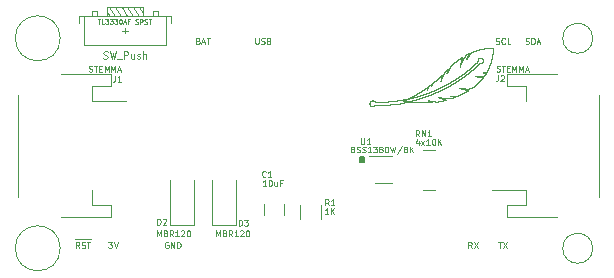
<source format=gto>
G04 #@! TF.GenerationSoftware,KiCad,Pcbnew,(5.1.6-0-10_14)*
G04 #@! TF.CreationDate,2020-07-31T12:54:26-07:00*
G04 #@! TF.ProjectId,Stemma_Host_FeatherWing,5374656d-6d61-45f4-986f-73745f466561,v03*
G04 #@! TF.SameCoordinates,Original*
G04 #@! TF.FileFunction,Legend,Top*
G04 #@! TF.FilePolarity,Positive*
%FSLAX46Y46*%
G04 Gerber Fmt 4.6, Leading zero omitted, Abs format (unit mm)*
G04 Created by KiCad (PCBNEW (5.1.6-0-10_14)) date 2020-07-31 12:54:26*
%MOMM*%
%LPD*%
G01*
G04 APERTURE LIST*
%ADD10C,0.100000*%
%ADD11C,0.150000*%
%ADD12C,0.120000*%
%ADD13C,0.050000*%
%ADD14C,0.080000*%
G04 APERTURE END LIST*
D10*
X144970789Y-88408715D02*
X144970789Y-88387715D01*
X145055489Y-88324715D02*
X145055489Y-88302715D01*
X144928489Y-88429715D02*
X144949689Y-88429715D01*
X145965789Y-87794715D02*
X145986989Y-87794715D01*
X145584789Y-87879715D02*
X145627089Y-87879715D01*
X145140189Y-88260715D02*
X145140189Y-88239715D01*
X145013189Y-88366715D02*
X145013189Y-88345715D01*
X145775289Y-87773715D02*
X145775289Y-87752715D01*
X145563589Y-87921715D02*
X145563589Y-87900715D01*
X145055489Y-88302715D02*
X145076689Y-88302715D01*
X145944689Y-87858715D02*
X145944689Y-87837715D01*
X144526289Y-88874715D02*
X144526289Y-88832715D01*
X145690589Y-88451715D02*
X145690589Y-88366715D01*
X145034389Y-88345715D02*
X145034389Y-88324715D01*
X145775289Y-88154715D02*
X145796489Y-88154715D01*
X145542389Y-87921715D02*
X145563589Y-87921715D01*
X145711789Y-87815715D02*
X145711789Y-87794715D01*
X145013189Y-88345715D02*
X145034389Y-88345715D01*
X144716789Y-88789715D02*
X144716789Y-88747715D01*
X145669389Y-88451715D02*
X145690589Y-88451715D01*
X145754089Y-88048715D02*
X145732989Y-88048715D01*
X145118989Y-88281715D02*
X145118989Y-88260715D01*
X145478889Y-87964715D02*
X145500089Y-87964715D01*
X144568589Y-88789715D02*
X144589789Y-88789715D01*
X145415389Y-88006715D02*
X145457689Y-88006715D01*
X145203689Y-88197715D02*
X145203689Y-88175715D01*
X144653289Y-88853715D02*
X144674489Y-88853715D01*
X145754089Y-88197715D02*
X145775289Y-88197715D01*
X145817589Y-88048715D02*
X145838789Y-88048715D01*
X145923489Y-87900715D02*
X145923489Y-87858715D01*
X146304489Y-87646715D02*
X146304489Y-87688715D01*
X146283389Y-87773715D02*
X146283389Y-87752715D01*
X146389189Y-87498715D02*
X146389189Y-87519715D01*
X146346889Y-87688715D02*
X146346889Y-87667715D01*
X144949689Y-88429715D02*
X144949689Y-88408715D01*
X145754089Y-87773715D02*
X145775289Y-87773715D01*
X145754089Y-87985715D02*
X145754089Y-88048715D01*
X145563589Y-87900715D02*
X145584789Y-87900715D01*
X144907289Y-88472715D02*
X144907289Y-88451715D01*
X145648289Y-88408715D02*
X145648289Y-88514715D01*
X146368089Y-87561715D02*
X146346889Y-87561715D01*
X145690589Y-88218715D02*
X145690589Y-88302715D01*
X144505089Y-88874715D02*
X144526289Y-88874715D01*
X145288389Y-88112715D02*
X145309589Y-88112715D01*
X145817589Y-87879715D02*
X145796489Y-87879715D01*
X145415389Y-88027715D02*
X145415389Y-88006715D01*
X145796489Y-87879715D02*
X145796489Y-87942715D01*
X145838789Y-87837715D02*
X145817589Y-87837715D01*
X146410389Y-87413715D02*
X146431589Y-87413715D01*
X145923489Y-87858715D02*
X145944689Y-87858715D01*
X145711789Y-88133715D02*
X145711789Y-88218715D01*
X146135189Y-87561715D02*
X146156389Y-87561715D01*
X145288389Y-88133715D02*
X145288389Y-88112715D01*
X145902289Y-87900715D02*
X145923489Y-87900715D01*
X146219889Y-87815715D02*
X146219889Y-87837715D01*
X144674489Y-88853715D02*
X144674489Y-88810715D01*
X145775289Y-88197715D02*
X145775289Y-88154715D01*
X145627089Y-87858715D02*
X145648289Y-87858715D01*
X145796489Y-88154715D02*
X145796489Y-88112715D01*
X145732989Y-88048715D02*
X145732989Y-88133715D01*
X145669389Y-88408715D02*
X145648289Y-88408715D01*
X145881089Y-87942715D02*
X145902289Y-87942715D01*
X144589789Y-89022715D02*
X144589789Y-88980715D01*
X145859989Y-88006715D02*
X145859989Y-87985715D01*
X145669389Y-88302715D02*
X145669389Y-88408715D01*
X145648289Y-88514715D02*
X145669389Y-88514715D01*
X145796489Y-88112715D02*
X145817589Y-88112715D01*
X145118989Y-88260715D02*
X145140189Y-88260715D01*
X145711789Y-88302715D02*
X145732989Y-88302715D01*
X144928489Y-88451715D02*
X144928489Y-88429715D01*
X145161389Y-88218715D02*
X145182489Y-88218715D01*
X145817589Y-87752715D02*
X145817589Y-87731715D01*
X145775289Y-87942715D02*
X145775289Y-87985715D01*
X145584789Y-87900715D02*
X145584789Y-87879715D01*
X145478889Y-87985715D02*
X145478889Y-87964715D01*
X145500089Y-87964715D02*
X145500089Y-87942715D01*
X145732989Y-88260715D02*
X145754089Y-88260715D01*
X145775289Y-87985715D02*
X145754089Y-87985715D01*
X144505089Y-88895715D02*
X144505089Y-88874715D01*
X146304489Y-87752715D02*
X146304489Y-87710715D01*
X145711789Y-88218715D02*
X145690589Y-88218715D01*
X145944689Y-87837715D02*
X145965789Y-87837715D01*
X146029289Y-87710715D02*
X146050489Y-87710715D01*
X145500089Y-87942715D02*
X145542389Y-87942715D01*
X145859989Y-87773715D02*
X145838789Y-87773715D01*
X145775289Y-87752715D02*
X145817589Y-87752715D01*
X146177489Y-87519715D02*
X146219889Y-87519715D01*
X146071689Y-87646715D02*
X146092789Y-87646715D01*
X145394189Y-88027715D02*
X145415389Y-88027715D01*
X145034389Y-88324715D02*
X145055489Y-88324715D01*
X146368089Y-87519715D02*
X146368089Y-87561715D01*
X146346889Y-87667715D02*
X146368089Y-87667715D01*
X145563589Y-89678715D02*
X145563589Y-89657715D01*
X146770289Y-88747715D02*
X146791489Y-88747715D01*
X146854989Y-88683715D02*
X146876089Y-88683715D01*
X145669389Y-89594715D02*
X145690589Y-89594715D01*
X147024289Y-88535715D02*
X147045489Y-88535715D01*
X144378089Y-90377715D02*
X144378089Y-90356715D01*
X145817589Y-89509715D02*
X145817589Y-89488715D01*
X144695589Y-90208715D02*
X144695589Y-90187715D01*
X142536289Y-91160715D02*
X142536289Y-91139715D01*
X145415389Y-89784715D02*
X145415389Y-89763715D01*
X146304489Y-89128715D02*
X146346889Y-89128715D01*
X146113989Y-89297715D02*
X146113989Y-89276715D01*
X146727889Y-88810715D02*
X146727889Y-88789715D01*
X145161389Y-89932715D02*
X145161389Y-89911715D01*
X144843789Y-90123715D02*
X144843789Y-90102715D01*
X145351889Y-89827715D02*
X145351889Y-89805715D01*
X145478889Y-89742715D02*
X145478889Y-89721715D01*
X146918489Y-88641715D02*
X146918489Y-88620715D01*
X146791489Y-88726715D02*
X146833789Y-88726715D01*
X146029289Y-89340715D02*
X146050489Y-89340715D01*
X144589789Y-90250715D02*
X144610989Y-90250715D01*
X146219889Y-89213715D02*
X146219889Y-89192715D01*
X145478889Y-89721715D02*
X145500089Y-89721715D01*
X145690589Y-89594715D02*
X145690589Y-89573715D01*
X147087789Y-88493715D02*
X147087789Y-88472715D01*
X145542389Y-89700715D02*
X145542389Y-89678715D01*
X145373089Y-89784715D02*
X145415389Y-89784715D01*
X145542389Y-89678715D02*
X145563589Y-89678715D01*
X146495089Y-88980715D02*
X146516189Y-88980715D01*
X146706789Y-88810715D02*
X146727889Y-88810715D01*
X144166389Y-90483715D02*
X144166389Y-90462715D01*
X142896189Y-91012715D02*
X142959689Y-91012715D01*
X146579689Y-88916715D02*
X146600889Y-88916715D01*
X145796489Y-89509715D02*
X145817589Y-89509715D01*
X147320689Y-88260715D02*
X147320689Y-88239715D01*
X146219889Y-89192715D02*
X146262189Y-89192715D01*
X146177489Y-89255715D02*
X146177489Y-89234715D01*
X145796489Y-89530715D02*
X145796489Y-89509715D01*
X145605889Y-89636715D02*
X145627089Y-89636715D01*
X146135189Y-89276715D02*
X146135189Y-89255715D01*
X147299489Y-88260715D02*
X147320689Y-88260715D01*
X146283389Y-89170715D02*
X146283389Y-89149715D01*
X147108989Y-88472715D02*
X147108989Y-88451715D01*
X147468889Y-88239715D02*
X147468889Y-88218715D01*
X146876089Y-88662715D02*
X146897289Y-88662715D01*
X143065489Y-90949715D02*
X143107889Y-90949715D01*
X147765289Y-89255715D02*
X147744089Y-89255715D01*
X145055489Y-89996715D02*
X145055489Y-89975715D01*
X147426589Y-89340715D02*
X147426589Y-89361715D01*
X146854989Y-88705715D02*
X146854989Y-88683715D01*
X147849989Y-89107715D02*
X147828789Y-89107715D01*
X144081689Y-90525715D02*
X144081689Y-90504715D01*
X146706789Y-88832715D02*
X146706789Y-88810715D01*
X147278389Y-88281715D02*
X147299489Y-88281715D01*
X145436589Y-89763715D02*
X145436589Y-89742715D01*
X147045489Y-88535715D02*
X147045489Y-88514715D01*
X144695589Y-90187715D02*
X144737989Y-90187715D01*
X144547389Y-90271715D02*
X144589789Y-90271715D01*
X143107889Y-90949715D02*
X143107889Y-90927715D01*
X144039389Y-90525715D02*
X144081689Y-90525715D01*
X144801489Y-90144715D02*
X144801489Y-90123715D01*
X145055489Y-89975715D02*
X145097889Y-89975715D01*
X143001989Y-90970715D02*
X143065489Y-90970715D01*
X146050489Y-89340715D02*
X146050489Y-89319715D01*
X145203689Y-89911715D02*
X145203689Y-89890715D01*
X145097889Y-89975715D02*
X145097889Y-89954715D01*
X143954689Y-90589715D02*
X143954689Y-90568715D01*
X143213689Y-90885715D02*
X143277189Y-90885715D01*
X145902289Y-89424715D02*
X145944689Y-89424715D01*
X143573589Y-90737715D02*
X143637089Y-90737715D01*
X142769189Y-91076715D02*
X142769189Y-91054715D01*
X146092789Y-89297715D02*
X146113989Y-89297715D01*
X144420389Y-90335715D02*
X144462789Y-90335715D01*
X145034389Y-89996715D02*
X145055489Y-89996715D01*
X145859989Y-89467715D02*
X145881089Y-89467715D01*
X145097889Y-89954715D02*
X145140189Y-89954715D01*
X145161389Y-89911715D02*
X145203689Y-89911715D01*
X145881089Y-89446715D02*
X145902289Y-89446715D01*
X142769189Y-91054715D02*
X142832689Y-91054715D01*
X143912289Y-90610715D02*
X143912289Y-90589715D01*
X143954689Y-90568715D02*
X143996989Y-90568715D01*
X144505089Y-90313715D02*
X144505089Y-90292715D01*
X144462789Y-90313715D02*
X144505089Y-90313715D01*
X144505089Y-90292715D02*
X144547389Y-90292715D01*
X144801489Y-90123715D02*
X144843789Y-90123715D01*
X144928489Y-90059715D02*
X144949689Y-90059715D01*
X143996989Y-90568715D02*
X143996989Y-90546715D01*
X143573589Y-90758715D02*
X143573589Y-90737715D01*
X144208689Y-90462715D02*
X144208689Y-90441715D01*
X143213689Y-90906715D02*
X143213689Y-90885715D01*
X144462789Y-90335715D02*
X144462789Y-90313715D01*
X144123989Y-90483715D02*
X144166389Y-90483715D01*
X144886189Y-90081715D02*
X144928489Y-90081715D01*
X144780289Y-90165715D02*
X144780289Y-90144715D01*
X144610989Y-90250715D02*
X144610989Y-90229715D01*
X145140189Y-89954715D02*
X145140189Y-89932715D01*
X145754089Y-89551715D02*
X145754089Y-89530715D01*
X144843789Y-90102715D02*
X144886189Y-90102715D01*
X144081689Y-90504715D02*
X144123989Y-90504715D01*
X146113989Y-89276715D02*
X146135189Y-89276715D01*
X142261089Y-91224715D02*
X142345789Y-91224715D01*
X145627089Y-89615715D02*
X145669389Y-89615715D01*
X142726789Y-91097715D02*
X142726789Y-91076715D01*
X145881089Y-89467715D02*
X145881089Y-89446715D01*
X145140189Y-89932715D02*
X145161389Y-89932715D01*
X144737989Y-90165715D02*
X144780289Y-90165715D01*
X144610989Y-90229715D02*
X144653289Y-90229715D01*
X142599789Y-91118715D02*
X142663289Y-91118715D01*
X144208689Y-90441715D02*
X144251089Y-90441715D01*
X145267189Y-89848715D02*
X145309589Y-89848715D01*
X144166389Y-90462715D02*
X144208689Y-90462715D01*
X144378089Y-90356715D02*
X144420389Y-90356715D01*
X144039389Y-90546715D02*
X144039389Y-90525715D01*
X144420389Y-90356715D02*
X144420389Y-90335715D01*
X144251089Y-90419715D02*
X144293389Y-90419715D01*
X144547389Y-90292715D02*
X144547389Y-90271715D01*
X144335689Y-90377715D02*
X144378089Y-90377715D01*
X145034389Y-90017715D02*
X145034389Y-89996715D01*
X142261089Y-91245715D02*
X142261089Y-91224715D01*
X145309589Y-89827715D02*
X145351889Y-89827715D01*
X146008189Y-89382715D02*
X146008189Y-89361715D01*
X142197589Y-91245715D02*
X142261089Y-91245715D01*
X143425389Y-90822715D02*
X143425389Y-90800715D01*
X144251089Y-90441715D02*
X144251089Y-90419715D01*
X142409289Y-91203715D02*
X142409289Y-91182715D01*
X141668289Y-91393715D02*
X141752989Y-91393715D01*
X143488889Y-90779715D02*
X143531289Y-90779715D01*
X143912289Y-90589715D02*
X143954689Y-90589715D01*
X144293389Y-90398715D02*
X144335689Y-90398715D01*
X144653289Y-90208715D02*
X144695589Y-90208715D01*
X144949689Y-90059715D02*
X144949689Y-90038715D01*
X144589789Y-90271715D02*
X144589789Y-90250715D01*
X144653289Y-90229715D02*
X144653289Y-90208715D01*
X141985889Y-91309715D02*
X142049389Y-91309715D01*
X144737989Y-90187715D02*
X144737989Y-90165715D01*
X142896189Y-91033715D02*
X142896189Y-91012715D01*
X142345789Y-91224715D02*
X142345789Y-91203715D01*
X140927389Y-91436715D02*
X140863889Y-91436715D01*
X142006989Y-91076715D02*
X142006989Y-91097715D01*
X142663289Y-91097715D02*
X142726789Y-91097715D01*
X144928489Y-90081715D02*
X144928489Y-90059715D01*
X144991989Y-90038715D02*
X144991989Y-90017715D01*
X143531289Y-90758715D02*
X143573589Y-90758715D01*
X143721789Y-90673715D02*
X143764189Y-90673715D01*
X141414289Y-91457715D02*
X141498989Y-91457715D01*
X141117889Y-91330715D02*
X141117889Y-91351715D01*
X144123989Y-90504715D02*
X144123989Y-90483715D01*
X143277189Y-90864715D02*
X143319589Y-90864715D01*
X143764189Y-90652715D02*
X143806489Y-90652715D01*
X143319589Y-90843715D02*
X143383089Y-90843715D01*
X143573589Y-90504715D02*
X143573589Y-90525715D01*
X142409289Y-91182715D02*
X142472789Y-91182715D01*
X143869989Y-90610715D02*
X143912289Y-90610715D01*
X143637089Y-90737715D02*
X143637089Y-90716715D01*
X143806489Y-90419715D02*
X143764189Y-90419715D01*
X144780289Y-90144715D02*
X144801489Y-90144715D01*
X142959689Y-91012715D02*
X142959689Y-90991715D01*
X141901189Y-91330715D02*
X141985889Y-91330715D01*
X143531289Y-90779715D02*
X143531289Y-90758715D01*
X142959689Y-90991715D02*
X143001989Y-90991715D01*
X143806489Y-90652715D02*
X143806489Y-90631715D01*
X143679489Y-90716715D02*
X143679489Y-90695715D01*
X142472789Y-91160715D02*
X142536289Y-91160715D01*
X144886189Y-90102715D02*
X144886189Y-90081715D01*
X143277189Y-90885715D02*
X143277189Y-90864715D01*
X143383089Y-90843715D02*
X143383089Y-90822715D01*
X143615989Y-90483715D02*
X143615989Y-90504715D01*
X142345789Y-91203715D02*
X142409289Y-91203715D01*
X144293389Y-90419715D02*
X144293389Y-90398715D01*
X141456589Y-91245715D02*
X141350789Y-91245715D01*
X144335689Y-90398715D02*
X144335689Y-90377715D01*
X142726789Y-91076715D02*
X142769189Y-91076715D01*
X143996989Y-90546715D02*
X144039389Y-90546715D01*
X142472789Y-91182715D02*
X142472789Y-91160715D01*
X141498989Y-91436715D02*
X141583589Y-91436715D01*
X140863889Y-91457715D02*
X140800289Y-91457715D01*
X142663289Y-91118715D02*
X142663289Y-91097715D01*
X143764189Y-90673715D02*
X143764189Y-90652715D01*
X142536289Y-91139715D02*
X142599789Y-91139715D01*
X144949689Y-90038715D02*
X144991989Y-90038715D01*
X142599789Y-91139715D02*
X142599789Y-91118715D01*
X141075589Y-91372715D02*
X141033189Y-91372715D01*
X142832689Y-91033715D02*
X142896189Y-91033715D01*
X143171389Y-90927715D02*
X143171389Y-90906715D01*
X144991989Y-90017715D02*
X145034389Y-90017715D01*
X143658289Y-90483715D02*
X143615989Y-90483715D01*
X145097889Y-89700715D02*
X145097889Y-89721715D01*
X142155189Y-91054715D02*
X142070489Y-91054715D01*
X141033189Y-91563715D02*
X141033189Y-91584715D01*
X142938489Y-91584715D02*
X142938489Y-91393715D01*
X142938489Y-91414715D02*
X142938489Y-91584715D01*
X143128989Y-91436715D02*
X143023189Y-91436715D01*
X143277189Y-90652715D02*
X143213689Y-90652715D01*
X143171389Y-90695715D02*
X143107889Y-90695715D01*
X142938489Y-91584715D02*
X142006989Y-91584715D01*
X140927389Y-91414715D02*
X140927389Y-91436715D01*
X142663289Y-90885715D02*
X142599789Y-90885715D01*
X140821489Y-91605715D02*
X140821489Y-91626715D01*
X141033189Y-91393715D02*
X140969689Y-91393715D01*
X143848789Y-90398715D02*
X143806489Y-90398715D01*
X145711789Y-89319715D02*
X145690589Y-89319715D01*
X143467789Y-90568715D02*
X143425389Y-90568715D01*
X143425389Y-90568715D02*
X143425389Y-90589715D01*
X143764189Y-90419715D02*
X143764189Y-90441715D01*
X143107889Y-90695715D02*
X143107889Y-90716715D01*
X142472789Y-90927715D02*
X142472789Y-90949715D01*
X142896189Y-90779715D02*
X142896189Y-90800715D01*
X142218689Y-91033715D02*
X142155189Y-91033715D01*
X143023189Y-91436715D02*
X143023189Y-91457715D01*
X142049389Y-91309715D02*
X142049389Y-91287715D01*
X141774189Y-91160715D02*
X141689489Y-91160715D01*
X141901189Y-91351715D02*
X141901189Y-91330715D01*
X141033189Y-91584715D02*
X140927389Y-91584715D01*
X143615989Y-90504715D02*
X143573589Y-90504715D01*
X143213689Y-90673715D02*
X143171389Y-90673715D01*
X141858789Y-91139715D02*
X141774189Y-91139715D01*
X142006989Y-91097715D02*
X141922389Y-91097715D01*
X143213689Y-90652715D02*
X143213689Y-90673715D01*
X141752989Y-91393715D02*
X141752989Y-91372715D01*
X141329589Y-91499715D02*
X141329589Y-91478715D01*
X140969689Y-91414715D02*
X140927389Y-91414715D01*
X141858789Y-91118715D02*
X141858789Y-91139715D01*
X141583589Y-91414715D02*
X141668289Y-91414715D01*
X142896189Y-90800715D02*
X142832689Y-90800715D01*
X142959689Y-91414715D02*
X142959689Y-91436715D01*
X141117889Y-91351715D02*
X141075589Y-91351715D01*
X140990889Y-91478715D02*
X140990889Y-91499715D01*
X141266089Y-91287715D02*
X141223689Y-91287715D01*
X143467789Y-90546715D02*
X143467789Y-90568715D01*
X142790289Y-90843715D02*
X142726789Y-90843715D01*
X141456589Y-91224715D02*
X141456589Y-91245715D01*
X142070489Y-91054715D02*
X142070489Y-91076715D01*
X141625989Y-91203715D02*
X141541289Y-91203715D01*
X142155189Y-91033715D02*
X142155189Y-91054715D01*
X142536289Y-90906715D02*
X142536289Y-90927715D01*
X142409289Y-90970715D02*
X142345789Y-90970715D01*
X140821489Y-91626715D02*
X140736789Y-91626715D01*
X141223689Y-91309715D02*
X141181389Y-91309715D01*
X142345789Y-90991715D02*
X142282189Y-90991715D01*
X142959689Y-91436715D02*
X143023189Y-91436715D01*
X141583589Y-91541715D02*
X141139089Y-91541715D01*
X143277189Y-90631715D02*
X143277189Y-90652715D01*
X143234889Y-91478715D02*
X143234889Y-91457715D01*
X145373089Y-89551715D02*
X145330689Y-89551715D01*
X143531289Y-90525715D02*
X143531289Y-90546715D01*
X142345789Y-90970715D02*
X142345789Y-90991715D01*
X145754089Y-89276715D02*
X145754089Y-89297715D01*
X142917289Y-91414715D02*
X142938489Y-91414715D01*
X145309589Y-89573715D02*
X145309589Y-89594715D01*
X145182489Y-89657715D02*
X145182489Y-89678715D01*
X145500089Y-89467715D02*
X145478889Y-89467715D01*
X143213689Y-91520715D02*
X143277189Y-91520715D01*
X142006989Y-91563715D02*
X141583589Y-91563715D01*
X142599789Y-90906715D02*
X142536289Y-90906715D01*
X145648289Y-89340715D02*
X145648289Y-89361715D01*
X143277189Y-91520715D02*
X143277189Y-91541715D01*
X142409289Y-90949715D02*
X142409289Y-90970715D01*
X143531289Y-90546715D02*
X143467789Y-90546715D01*
X145923489Y-89170715D02*
X145902289Y-89170715D01*
X142726789Y-90843715D02*
X142726789Y-90864715D01*
X143425389Y-90589715D02*
X143383089Y-90589715D01*
X145140189Y-89700715D02*
X145097889Y-89700715D01*
X145309589Y-89594715D02*
X145267189Y-89594715D01*
X143319589Y-90631715D02*
X143277189Y-90631715D01*
X143150189Y-91499715D02*
X143213689Y-91499715D01*
X143552389Y-91520715D02*
X143552389Y-91499715D01*
X143065489Y-90737715D02*
X143001989Y-90737715D01*
X145182489Y-89678715D02*
X145140189Y-89678715D01*
X145648289Y-89361715D02*
X145627089Y-89361715D01*
X145140189Y-89678715D02*
X145140189Y-89700715D01*
X143128989Y-91457715D02*
X143128989Y-91436715D01*
X145245989Y-89636715D02*
X145203689Y-89636715D01*
X142218689Y-91012715D02*
X142218689Y-91033715D01*
X143552389Y-91499715D02*
X143383089Y-91499715D01*
X145711789Y-89297715D02*
X145711789Y-89319715D01*
X143086689Y-91478715D02*
X143150189Y-91478715D01*
X142938489Y-91393715D02*
X142917289Y-91393715D01*
X145373089Y-89530715D02*
X145373089Y-89551715D01*
X143150189Y-91478715D02*
X143150189Y-91499715D01*
X143721789Y-90462715D02*
X143658289Y-90462715D01*
X146198689Y-87858715D02*
X146198689Y-87879715D01*
X146304489Y-88874715D02*
X146283389Y-88874715D01*
X142282189Y-91012715D02*
X142218689Y-91012715D01*
X143573589Y-90525715D02*
X143531289Y-90525715D01*
X140927389Y-91605715D02*
X140821489Y-91605715D01*
X145415389Y-89509715D02*
X145415389Y-89530715D01*
X145478889Y-89467715D02*
X145478889Y-89488715D01*
X143298389Y-91541715D02*
X143298389Y-91563715D01*
X142282189Y-90991715D02*
X142282189Y-91012715D01*
X142832689Y-90822715D02*
X142790289Y-90822715D01*
X142663289Y-90864715D02*
X142663289Y-90885715D01*
X143213689Y-91499715D02*
X143213689Y-91520715D01*
X143383089Y-91478715D02*
X143234889Y-91478715D01*
X143001989Y-90737715D02*
X143001989Y-90758715D01*
X145775289Y-89276715D02*
X145754089Y-89276715D01*
X141583589Y-91563715D02*
X141583589Y-91541715D01*
X141139089Y-91541715D02*
X141139089Y-91563715D01*
X143383089Y-90610715D02*
X143319589Y-90610715D01*
X142959689Y-90758715D02*
X142959689Y-90779715D01*
X143764189Y-90441715D02*
X143721789Y-90441715D01*
X143234889Y-91457715D02*
X143128989Y-91457715D01*
X143023189Y-91457715D02*
X143086689Y-91457715D01*
X143721789Y-90441715D02*
X143721789Y-90462715D01*
X143001989Y-90758715D02*
X142959689Y-90758715D01*
X143277189Y-91541715D02*
X143298389Y-91541715D01*
X143086689Y-91584715D02*
X142938489Y-91584715D01*
X141752989Y-91372715D02*
X141837689Y-91372715D01*
X140990889Y-91499715D02*
X141329589Y-91499715D01*
X142134089Y-91287715D02*
X142134089Y-91266715D01*
X141414289Y-91478715D02*
X141414289Y-91457715D01*
X143383089Y-90589715D02*
X143383089Y-90610715D01*
X143171389Y-90673715D02*
X143171389Y-90695715D01*
X141266089Y-91266715D02*
X141266089Y-91287715D01*
X142832689Y-91054715D02*
X142832689Y-91033715D01*
X141075589Y-91351715D02*
X141075589Y-91372715D01*
X141668289Y-91414715D02*
X141668289Y-91393715D01*
X142049389Y-91287715D02*
X142134089Y-91287715D01*
X143425389Y-90800715D02*
X143488889Y-90800715D01*
X143637089Y-90716715D02*
X143679489Y-90716715D01*
X143721789Y-90695715D02*
X143721789Y-90673715D01*
X141625989Y-91182715D02*
X141625989Y-91203715D01*
X143488889Y-90800715D02*
X143488889Y-90779715D01*
X141223689Y-91287715D02*
X141223689Y-91309715D01*
X142790289Y-90822715D02*
X142790289Y-90843715D01*
X142472789Y-90949715D02*
X142409289Y-90949715D01*
X142536289Y-90927715D02*
X142472789Y-90927715D01*
X140863889Y-91436715D02*
X140863889Y-91457715D01*
X143869989Y-90631715D02*
X143869989Y-90610715D01*
X143107889Y-90927715D02*
X143171389Y-90927715D01*
X141922389Y-91118715D02*
X141858789Y-91118715D01*
X143065489Y-90716715D02*
X143065489Y-90737715D01*
X140969689Y-91393715D02*
X140969689Y-91414715D01*
X142599789Y-90885715D02*
X142599789Y-90906715D01*
X141033189Y-91372715D02*
X141033189Y-91393715D01*
X143658289Y-90462715D02*
X143658289Y-90483715D01*
X141774189Y-91139715D02*
X141774189Y-91160715D01*
X142832689Y-90800715D02*
X142832689Y-90822715D01*
X142197589Y-91266715D02*
X142197589Y-91245715D01*
X143107889Y-90716715D02*
X143065489Y-90716715D01*
X141837689Y-91372715D02*
X141837689Y-91351715D01*
X141541289Y-91224715D02*
X141456589Y-91224715D01*
X140800289Y-91457715D02*
X140800289Y-91478715D01*
X141541289Y-91203715D02*
X141541289Y-91224715D01*
X141837689Y-91351715D02*
X141901189Y-91351715D01*
X141689489Y-91182715D02*
X141625989Y-91182715D01*
X141498989Y-91457715D02*
X141498989Y-91436715D01*
X143001989Y-90991715D02*
X143001989Y-90970715D01*
X141689489Y-91160715D02*
X141689489Y-91182715D01*
X143319589Y-90864715D02*
X143319589Y-90843715D01*
X143319589Y-90610715D02*
X143319589Y-90631715D01*
X141181389Y-91330715D02*
X141117889Y-91330715D01*
X142726789Y-90864715D02*
X142663289Y-90864715D01*
X143806489Y-90398715D02*
X143806489Y-90419715D01*
X141922389Y-91097715D02*
X141922389Y-91118715D01*
X141583589Y-91436715D02*
X141583589Y-91414715D01*
X143065489Y-90970715D02*
X143065489Y-90949715D01*
X143171389Y-90906715D02*
X143213689Y-90906715D01*
X143806489Y-90631715D02*
X143869989Y-90631715D01*
X141350789Y-91266715D02*
X141266089Y-91266715D01*
X142070489Y-91076715D02*
X142006989Y-91076715D01*
X142134089Y-91266715D02*
X142197589Y-91266715D01*
X141350789Y-91245715D02*
X141350789Y-91266715D01*
X140800289Y-91478715D02*
X140990889Y-91478715D01*
X141181389Y-91309715D02*
X141181389Y-91330715D01*
X142959689Y-90779715D02*
X142896189Y-90779715D01*
X143679489Y-90695715D02*
X143721789Y-90695715D01*
X141985889Y-91330715D02*
X141985889Y-91309715D01*
X141329589Y-91478715D02*
X141414289Y-91478715D01*
X143383089Y-91499715D02*
X143383089Y-91478715D01*
X143383089Y-90822715D02*
X143425389Y-90822715D01*
X144145189Y-91436715D02*
X144145189Y-91457715D01*
X145775289Y-90864715D02*
X145775289Y-90885715D01*
X144123989Y-91266715D02*
X144187589Y-91266715D01*
X144145189Y-91182715D02*
X144039389Y-91182715D01*
X143785289Y-91118715D02*
X143806489Y-91118715D01*
X144145189Y-91457715D02*
X144039389Y-91457715D01*
X144018189Y-91203715D02*
X144018189Y-91224715D01*
X144314589Y-91203715D02*
X144145189Y-91203715D01*
X146198689Y-90652715D02*
X146177489Y-90652715D01*
X144272189Y-91287715D02*
X144272189Y-91309715D01*
X143869989Y-91139715D02*
X143869989Y-91160715D01*
X143912289Y-91182715D02*
X143954689Y-91182715D01*
X143912289Y-91160715D02*
X143912289Y-91182715D01*
X144060489Y-91245715D02*
X144123989Y-91245715D01*
X146876089Y-87244715D02*
X146876089Y-87223715D01*
X146346889Y-87561715D02*
X146346889Y-87604715D01*
X146431589Y-87583715D02*
X146431589Y-87540715D01*
X146283389Y-87731715D02*
X146262189Y-87731715D01*
X147384189Y-87096715D02*
X147384189Y-87075715D01*
X147130189Y-87138715D02*
X147214889Y-87138715D01*
X146240989Y-87837715D02*
X146240989Y-87815715D01*
X146622089Y-87350715D02*
X146622089Y-87329715D01*
X148463889Y-87117715D02*
X148442689Y-87117715D01*
X146219889Y-87837715D02*
X146240989Y-87837715D01*
X147384189Y-87075715D02*
X147490089Y-87075715D01*
X146410389Y-87583715D02*
X146431589Y-87583715D01*
X147214889Y-87117715D02*
X147299489Y-87117715D01*
X146706789Y-87307715D02*
X146706789Y-87286715D01*
X147595889Y-87900715D02*
X147574689Y-87900715D01*
X146029289Y-87731715D02*
X146029289Y-87710715D01*
X146473889Y-87519715D02*
X146473889Y-87498715D01*
X146240989Y-87815715D02*
X146262189Y-87815715D01*
X147595889Y-87053715D02*
X147595889Y-87032715D01*
X146939589Y-87223715D02*
X146939589Y-87202715D01*
X147003189Y-87180715D02*
X147066689Y-87180715D01*
X145817589Y-87837715D02*
X145817589Y-87879715D01*
X147214889Y-87138715D02*
X147214889Y-87117715D01*
X147066689Y-87180715D02*
X147066689Y-87159715D01*
X147490089Y-87053715D02*
X147595889Y-87053715D01*
X146579689Y-87392715D02*
X146579689Y-87371715D01*
X146410389Y-87498715D02*
X146389189Y-87498715D01*
X146346889Y-87434715D02*
X146410389Y-87434715D01*
X146812589Y-87265715D02*
X146812589Y-87244715D01*
X146135189Y-87583715D02*
X146135189Y-87561715D01*
X146431589Y-87413715D02*
X146431589Y-87455715D01*
X146240989Y-87773715D02*
X146240989Y-87815715D01*
X146092789Y-87625715D02*
X146113989Y-87625715D01*
X146325689Y-87604715D02*
X146325689Y-87646715D01*
X146516189Y-87455715D02*
X146537389Y-87455715D01*
X146262189Y-87477715D02*
X146304489Y-87477715D01*
X146050489Y-87667715D02*
X146071689Y-87667715D01*
X146304489Y-87688715D02*
X146283389Y-87688715D01*
X146537389Y-87413715D02*
X146558589Y-87413715D01*
X146812589Y-87244715D02*
X146876089Y-87244715D01*
X146177489Y-87540715D02*
X146177489Y-87519715D01*
X147066689Y-87159715D02*
X147130189Y-87159715D01*
X146389189Y-87604715D02*
X146410389Y-87604715D01*
X146452689Y-87540715D02*
X146452689Y-87519715D01*
X146113989Y-87625715D02*
X146113989Y-87583715D01*
X147511189Y-87815715D02*
X147468889Y-87815715D01*
X148336889Y-87921715D02*
X148315689Y-87921715D01*
X146325689Y-87710715D02*
X146325689Y-87688715D01*
X146431589Y-87455715D02*
X146410389Y-87455715D01*
X145711789Y-87794715D02*
X145754089Y-87794715D01*
X147532389Y-87837715D02*
X147511189Y-87837715D01*
X147955789Y-88916715D02*
X147934589Y-88916715D01*
X146431589Y-87540715D02*
X146452689Y-87540715D01*
X146600889Y-87350715D02*
X146622089Y-87350715D01*
X147299489Y-87117715D02*
X147299489Y-87096715D01*
X147892289Y-86990715D02*
X148146289Y-86990715D01*
X146304489Y-87710715D02*
X146325689Y-87710715D01*
X146389189Y-87519715D02*
X146368089Y-87519715D01*
X146156389Y-87561715D02*
X146156389Y-87540715D01*
X145881089Y-87985715D02*
X145881089Y-87942715D01*
X146008189Y-87731715D02*
X146029289Y-87731715D01*
X147595889Y-87032715D02*
X147722889Y-87032715D01*
X145754089Y-88260715D02*
X145754089Y-88197715D01*
X146346889Y-87604715D02*
X146325689Y-87604715D01*
X145669389Y-88514715D02*
X145669389Y-88451715D01*
X147490089Y-87075715D02*
X147490089Y-87053715D01*
X145754089Y-87794715D02*
X145754089Y-87773715D01*
X145986989Y-87752715D02*
X146008189Y-87752715D01*
X146304489Y-87477715D02*
X146304489Y-87455715D01*
X146240989Y-87815715D02*
X146219889Y-87815715D01*
X146579689Y-87371715D02*
X146600889Y-87371715D01*
X145965789Y-87837715D02*
X145965789Y-87794715D01*
X147299489Y-87096715D02*
X147384189Y-87096715D01*
X146706789Y-87286715D02*
X146749089Y-87286715D01*
X145817589Y-88112715D02*
X145817589Y-88048715D01*
X148442689Y-87350715D02*
X148421489Y-87350715D01*
X145711789Y-88366715D02*
X145711789Y-88302715D01*
X146325689Y-87688715D02*
X146346889Y-87688715D01*
X146008189Y-87752715D02*
X146008189Y-87731715D01*
X146262189Y-87773715D02*
X146240989Y-87773715D01*
X146156389Y-87540715D02*
X146177489Y-87540715D01*
X146410389Y-87455715D02*
X146410389Y-87498715D01*
X145732989Y-88302715D02*
X145732989Y-88260715D01*
X145732989Y-88133715D02*
X145711789Y-88133715D01*
X146262189Y-87773715D02*
X146283389Y-87773715D01*
X146262189Y-87498715D02*
X146262189Y-87477715D01*
X146113989Y-87583715D02*
X146135189Y-87583715D01*
X146622089Y-87329715D02*
X146643289Y-87329715D01*
X146410389Y-87434715D02*
X146410389Y-87413715D01*
X146537389Y-87455715D02*
X146537389Y-87413715D01*
X147722889Y-87011715D02*
X147892289Y-87011715D01*
X145859989Y-87731715D02*
X145859989Y-87773715D01*
X146939589Y-87202715D02*
X147003189Y-87202715D01*
X146643289Y-87329715D02*
X146643289Y-87307715D01*
X145838789Y-88006715D02*
X145859989Y-88006715D01*
X146368089Y-87667715D02*
X146368089Y-87625715D01*
X146050489Y-87710715D02*
X146050489Y-87667715D01*
X145838789Y-88048715D02*
X145838789Y-88006715D01*
X148442689Y-87117715D02*
X148442689Y-87350715D01*
X146516189Y-87477715D02*
X146516189Y-87455715D01*
X146219889Y-87519715D02*
X146219889Y-87498715D01*
X145817589Y-87731715D02*
X145859989Y-87731715D01*
X146283389Y-87688715D02*
X146283389Y-87731715D01*
X146325689Y-87646715D02*
X146304489Y-87646715D01*
X145986989Y-87794715D02*
X145986989Y-87752715D01*
X146410389Y-87604715D02*
X146410389Y-87583715D01*
X146283389Y-87752715D02*
X146304489Y-87752715D01*
X146092789Y-87646715D02*
X146092789Y-87625715D01*
X146219889Y-87498715D02*
X146262189Y-87498715D01*
X146304489Y-87455715D02*
X146346889Y-87455715D01*
X145796489Y-87942715D02*
X145775289Y-87942715D01*
X145859989Y-87985715D02*
X145881089Y-87985715D01*
X145690589Y-88366715D02*
X145711789Y-88366715D01*
X145902289Y-87942715D02*
X145902289Y-87900715D01*
X146071689Y-87667715D02*
X146071689Y-87646715D01*
X145267189Y-88133715D02*
X145288389Y-88133715D01*
X146346889Y-87455715D02*
X146346889Y-87434715D01*
X145838789Y-87773715D02*
X145838789Y-87837715D01*
X145690589Y-88302715D02*
X145669389Y-88302715D01*
X146389189Y-87625715D02*
X146389189Y-87604715D01*
X148146289Y-86990715D02*
X148146289Y-86969715D01*
X146960789Y-88281715D02*
X146960789Y-88302715D01*
X148188689Y-88345715D02*
X148188689Y-88408715D01*
X147998089Y-88789715D02*
X147998089Y-88832715D01*
X146558589Y-87392715D02*
X146579689Y-87392715D01*
X148273389Y-88070715D02*
X148273389Y-88154715D01*
X146262189Y-87731715D02*
X146262189Y-87773715D01*
X148379189Y-87625715D02*
X148379189Y-87731715D01*
X147553589Y-87858715D02*
X147532389Y-87858715D01*
X146791489Y-88451715D02*
X146791489Y-88472715D01*
X146981989Y-88281715D02*
X146960789Y-88281715D01*
X148230989Y-88218715D02*
X148230989Y-88281715D01*
X146558589Y-87413715D02*
X146558589Y-87392715D01*
X147913489Y-88980715D02*
X147892289Y-88980715D01*
X148146289Y-88514715D02*
X148125189Y-88514715D01*
X146368089Y-87625715D02*
X146389189Y-87625715D01*
X146643289Y-87307715D02*
X146706789Y-87307715D01*
X147595889Y-87964715D02*
X147595889Y-87900715D01*
X146685589Y-88535715D02*
X146685589Y-88556715D01*
X148315689Y-88006715D02*
X148294489Y-88006715D01*
X148421489Y-87498715D02*
X148400389Y-87498715D01*
X148061689Y-88705715D02*
X148040489Y-88705715D01*
X146495089Y-87498715D02*
X146495089Y-87477715D01*
X148209889Y-88345715D02*
X148188689Y-88345715D01*
X148167489Y-88408715D02*
X148167489Y-88451715D01*
X148082789Y-88620715D02*
X148082789Y-88662715D01*
X147574689Y-87879715D02*
X147553589Y-87879715D01*
X146897289Y-88366715D02*
X146876089Y-88366715D01*
X148400389Y-87625715D02*
X148379189Y-87625715D01*
X146749089Y-88493715D02*
X146749089Y-88514715D01*
X147722889Y-89043715D02*
X147617089Y-89043715D01*
X147976989Y-88874715D02*
X147955789Y-88874715D01*
X146918489Y-88324715D02*
X146918489Y-88345715D01*
X147511189Y-87837715D02*
X147511189Y-87815715D01*
X147998089Y-88832715D02*
X147976989Y-88832715D01*
X146854989Y-88408715D02*
X146833789Y-88408715D01*
X147892289Y-89001715D02*
X147807589Y-89001715D01*
X147172489Y-88091715D02*
X147151289Y-88091715D01*
X146473889Y-87498715D02*
X146495089Y-87498715D01*
X147574689Y-87900715D02*
X147574689Y-87879715D01*
X146495089Y-87477715D02*
X146516189Y-87477715D01*
X148146289Y-88451715D02*
X148146289Y-88514715D01*
X147617089Y-87964715D02*
X147595889Y-87964715D01*
X148357989Y-87731715D02*
X148357989Y-87837715D01*
X146706789Y-88535715D02*
X146685589Y-88535715D01*
X146876089Y-87223715D02*
X146939589Y-87223715D01*
X148103989Y-88556715D02*
X148103989Y-88620715D01*
X146749089Y-87286715D02*
X146749089Y-87265715D01*
X147892289Y-87011715D02*
X147892289Y-86990715D01*
X147913489Y-88959715D02*
X147913489Y-88980715D01*
X148040489Y-88747715D02*
X148019289Y-88747715D01*
X146685589Y-88556715D02*
X146664389Y-88556715D01*
X147320689Y-87794715D02*
X147320689Y-87815715D01*
X147807589Y-89001715D02*
X147807589Y-89022715D01*
X148273389Y-88154715D02*
X148252189Y-88154715D01*
X148336889Y-87837715D02*
X148336889Y-87921715D01*
X147934589Y-88916715D02*
X147934589Y-88959715D01*
X148146289Y-86969715D02*
X148463889Y-86969715D01*
X147976989Y-88832715D02*
X147976989Y-88874715D01*
X147130189Y-87159715D02*
X147130189Y-87138715D01*
X147151289Y-88091715D02*
X147151289Y-88112715D01*
X147722889Y-87032715D02*
X147722889Y-87011715D01*
X147003189Y-87202715D02*
X147003189Y-87180715D01*
X146262189Y-87815715D02*
X146262189Y-87773715D01*
X148019289Y-88789715D02*
X147998089Y-88789715D01*
X146198689Y-89213715D02*
X146219889Y-89213715D01*
X145245989Y-89869715D02*
X145267189Y-89869715D01*
X146833789Y-88726715D02*
X146833789Y-88705715D01*
X146262189Y-89192715D02*
X146262189Y-89170715D01*
X145732989Y-89573715D02*
X145732989Y-89551715D01*
X146495089Y-89001715D02*
X146495089Y-88980715D01*
X145563589Y-89657715D02*
X145605889Y-89657715D01*
X146622089Y-88874715D02*
X146643289Y-88874715D01*
X146897289Y-88641715D02*
X146918489Y-88641715D01*
X146346889Y-89107715D02*
X146368089Y-89107715D01*
X145351889Y-89805715D02*
X145373089Y-89805715D01*
X145690589Y-89573715D02*
X145732989Y-89573715D01*
X146939589Y-88599715D02*
X146960789Y-88599715D01*
X145732989Y-89551715D02*
X145754089Y-89551715D01*
X145267189Y-89869715D02*
X145267189Y-89848715D01*
X145500089Y-89700715D02*
X145542389Y-89700715D01*
X145859989Y-89488715D02*
X145859989Y-89467715D01*
X146389189Y-89086715D02*
X146389189Y-89065715D01*
X145902289Y-89446715D02*
X145902289Y-89424715D01*
X146346889Y-89128715D02*
X146346889Y-89107715D01*
X146833789Y-88705715D02*
X146854989Y-88705715D01*
X146600889Y-88895715D02*
X146622089Y-88895715D01*
X145245989Y-89890715D02*
X145245989Y-89869715D01*
X146368089Y-89107715D02*
X146368089Y-89086715D01*
X145817589Y-89488715D02*
X145859989Y-89488715D01*
X146452689Y-89043715D02*
X146452689Y-89022715D01*
X146960789Y-88599715D02*
X146960789Y-88578715D01*
X145944689Y-89403715D02*
X145965789Y-89403715D01*
X146092789Y-89319715D02*
X146092789Y-89297715D01*
X146008189Y-89361715D02*
X146029289Y-89361715D01*
X146177489Y-89234715D02*
X146198689Y-89234715D01*
X145203689Y-89890715D02*
X145245989Y-89890715D01*
X146304489Y-89149715D02*
X146304489Y-89128715D01*
X145605889Y-89657715D02*
X145605889Y-89636715D01*
X145965789Y-89382715D02*
X146008189Y-89382715D01*
X145965789Y-89403715D02*
X145965789Y-89382715D01*
X146368089Y-89086715D02*
X146389189Y-89086715D01*
X146749089Y-88789715D02*
X146749089Y-88768715D01*
X146981989Y-88556715D02*
X147024289Y-88556715D01*
X146685589Y-88832715D02*
X146706789Y-88832715D01*
X146050489Y-89319715D02*
X146092789Y-89319715D01*
X146579689Y-88937715D02*
X146579689Y-88916715D01*
X145500089Y-89721715D02*
X145500089Y-89700715D01*
X146876089Y-88683715D02*
X146876089Y-88662715D01*
X146981989Y-88578715D02*
X146981989Y-88556715D01*
X145436589Y-89742715D02*
X145478889Y-89742715D01*
X146198689Y-89234715D02*
X146198689Y-89213715D01*
X147024289Y-88556715D02*
X147024289Y-88535715D01*
X146727889Y-88789715D02*
X146749089Y-88789715D01*
X146643289Y-88853715D02*
X146685589Y-88853715D01*
X140292289Y-91711715D02*
X140122889Y-91711715D01*
X146410389Y-89065715D02*
X146410389Y-89043715D01*
X146029289Y-89361715D02*
X146029289Y-89340715D01*
X145669389Y-89615715D02*
X145669389Y-89594715D01*
X146643289Y-88874715D02*
X146643289Y-88853715D01*
X145627089Y-89636715D02*
X145627089Y-89615715D01*
X146622089Y-88895715D02*
X146622089Y-88874715D01*
X146685589Y-88853715D02*
X146685589Y-88832715D01*
X145944689Y-89424715D02*
X145944689Y-89403715D01*
X145754089Y-89530715D02*
X145796489Y-89530715D01*
X146897289Y-88662715D02*
X146897289Y-88641715D01*
X145309589Y-89848715D02*
X145309589Y-89827715D01*
X146473889Y-89001715D02*
X146495089Y-89001715D01*
X146897289Y-90187715D02*
X146876089Y-90187715D01*
X145097889Y-91076715D02*
X145097889Y-91097715D01*
X145711789Y-90356715D02*
X145605889Y-90356715D01*
X145817589Y-90441715D02*
X145881089Y-90441715D01*
X145055489Y-91182715D02*
X145055489Y-91203715D01*
X145859989Y-90822715D02*
X145859989Y-90843715D01*
X145944689Y-90779715D02*
X145944689Y-90800715D01*
X145605889Y-90949715D02*
X145605889Y-90970715D01*
X146833789Y-90250715D02*
X146791489Y-90250715D01*
X145775289Y-90885715D02*
X145732989Y-90885715D01*
X146092789Y-90716715D02*
X146050489Y-90716715D01*
X146283389Y-90610715D02*
X146240989Y-90610715D01*
X145902289Y-90822715D02*
X145859989Y-90822715D01*
X145563589Y-90970715D02*
X145563589Y-90991715D01*
X145521289Y-90991715D02*
X145521289Y-91012715D01*
X146177489Y-90673715D02*
X146135189Y-90673715D01*
X146452689Y-90398715D02*
X146452689Y-90419715D01*
X146770289Y-90292715D02*
X146727889Y-90292715D01*
X145097889Y-91160715D02*
X145097889Y-91182715D01*
X145055489Y-91203715D02*
X144991989Y-91203715D01*
X146008189Y-90737715D02*
X146008189Y-90758715D01*
X146960789Y-90144715D02*
X146939589Y-90144715D01*
X145521289Y-91012715D02*
X145457689Y-91012715D01*
X145118989Y-91054715D02*
X145118989Y-91033715D01*
X145097889Y-91097715D02*
X145182489Y-91097715D01*
X146198689Y-90631715D02*
X146198689Y-90652715D01*
X145944689Y-90800715D02*
X145902289Y-90800715D01*
X145648289Y-90949715D02*
X145605889Y-90949715D01*
X145097889Y-91182715D02*
X145055489Y-91182715D01*
X146050489Y-90737715D02*
X146008189Y-90737715D01*
X145605889Y-90970715D02*
X145563589Y-90970715D01*
X145690589Y-90927715D02*
X145648289Y-90927715D01*
X145182489Y-91118715D02*
X145203689Y-91118715D01*
X145013189Y-91054715D02*
X145013189Y-91076715D01*
X147214889Y-89911715D02*
X147193689Y-89911715D01*
X146240989Y-90631715D02*
X146198689Y-90631715D01*
X146960789Y-90123715D02*
X146960789Y-90144715D01*
X147108989Y-89382715D02*
X147108989Y-89403715D01*
X145881089Y-90441715D02*
X145881089Y-90462715D01*
X144928489Y-91033715D02*
X144928489Y-91054715D01*
X145415389Y-89763715D02*
X145436589Y-89763715D01*
X146135189Y-89255715D02*
X146177489Y-89255715D01*
X146685589Y-90335715D02*
X146685589Y-90356715D01*
X146854989Y-90208715D02*
X146854989Y-90229715D01*
X145415389Y-91033715D02*
X145415389Y-91054715D01*
X147108989Y-89403715D02*
X147235989Y-89403715D01*
X145732989Y-90885715D02*
X145732989Y-90906715D01*
X145986989Y-90779715D02*
X145944689Y-90779715D01*
X146346889Y-90525715D02*
X146346889Y-90568715D01*
X146706789Y-90335715D02*
X146685589Y-90335715D01*
X145986989Y-90758715D02*
X145986989Y-90779715D01*
X144928489Y-91054715D02*
X145013189Y-91054715D01*
X146240989Y-90610715D02*
X146240989Y-90631715D01*
X146177489Y-90652715D02*
X146177489Y-90673715D01*
X145859989Y-90843715D02*
X145817589Y-90843715D01*
X146283389Y-90589715D02*
X146283389Y-90610715D01*
X145013189Y-91076715D02*
X145097889Y-91076715D01*
X145182489Y-91097715D02*
X145182489Y-91118715D01*
X146135189Y-90673715D02*
X146135189Y-90695715D01*
X145817589Y-90864715D02*
X145775289Y-90864715D01*
X145563589Y-90991715D02*
X145521289Y-90991715D01*
X146008189Y-90758715D02*
X145986989Y-90758715D01*
X146897289Y-89361715D02*
X146939589Y-89361715D01*
X145902289Y-90800715D02*
X145902289Y-90822715D01*
X146791489Y-90271715D02*
X146770289Y-90271715D01*
X147363089Y-89763715D02*
X147341889Y-89763715D01*
X147172489Y-89954715D02*
X147151289Y-89954715D01*
X147299489Y-89827715D02*
X147278389Y-89827715D01*
X145605889Y-90377715D02*
X145669389Y-90377715D01*
X145986989Y-90483715D02*
X146071689Y-90483715D01*
X146791489Y-90250715D02*
X146791489Y-90271715D01*
X145605889Y-90356715D02*
X145605889Y-90335715D01*
X146346889Y-90568715D02*
X146304489Y-90568715D01*
X145859989Y-90398715D02*
X145859989Y-90377715D01*
X147574689Y-89509715D02*
X147553589Y-89509715D01*
X147511189Y-89594715D02*
X147490089Y-89594715D01*
X145859989Y-90377715D02*
X145711789Y-90377715D01*
X146198689Y-90525715D02*
X146346889Y-90525715D01*
X147045489Y-90059715D02*
X147045489Y-90081715D01*
X145542389Y-90335715D02*
X145542389Y-90356715D01*
X147257189Y-89869715D02*
X147235989Y-89869715D01*
X146939589Y-89340715D02*
X146897289Y-89340715D01*
X146198689Y-90504715D02*
X146198689Y-90525715D01*
X146050489Y-90716715D02*
X146050489Y-90737715D01*
X146452689Y-90419715D02*
X146092789Y-90419715D01*
X145415389Y-91054715D02*
X145118989Y-91054715D01*
X145542389Y-90356715D02*
X145605889Y-90356715D01*
X146092789Y-90695715D02*
X146092789Y-90716715D01*
X145732989Y-90906715D02*
X145690589Y-90906715D01*
X146685589Y-90356715D02*
X146643289Y-90356715D01*
X146897289Y-90165715D02*
X146897289Y-90187715D01*
X147151289Y-89954715D02*
X147151289Y-89975715D01*
X146727889Y-90292715D02*
X146727889Y-90313715D01*
X146897289Y-89340715D02*
X146897289Y-89361715D01*
X147405389Y-89700715D02*
X147405389Y-89721715D01*
X145203689Y-91139715D02*
X145161389Y-91139715D01*
X145817589Y-90419715D02*
X145817589Y-90441715D01*
X146135189Y-90695715D02*
X146092789Y-90695715D01*
X145457689Y-91033715D02*
X145415389Y-91033715D01*
X145161389Y-91160715D02*
X145097889Y-91160715D01*
X147363089Y-89742715D02*
X147363089Y-89763715D01*
X145203689Y-91118715D02*
X145203689Y-91139715D01*
X147003189Y-90102715D02*
X146981989Y-90102715D01*
X145457689Y-91012715D02*
X145457689Y-91033715D01*
X147087789Y-90017715D02*
X147087789Y-90038715D01*
X145690589Y-90906715D02*
X145690589Y-90927715D01*
X145732989Y-90398715D02*
X145732989Y-90419715D01*
X146643289Y-90356715D02*
X146643289Y-90377715D01*
X146876089Y-90208715D02*
X146854989Y-90208715D01*
X147172489Y-89932715D02*
X147172489Y-89954715D01*
X146622089Y-90398715D02*
X146452689Y-90398715D01*
X147426589Y-89361715D02*
X146981989Y-89361715D01*
X144991989Y-91203715D02*
X144991989Y-91224715D01*
X146304489Y-90568715D02*
X146304489Y-90589715D01*
X146939589Y-90165715D02*
X146897289Y-90165715D01*
X147066689Y-90038715D02*
X147066689Y-90059715D01*
X145881089Y-90462715D02*
X145986989Y-90462715D01*
X146643289Y-90377715D02*
X146622089Y-90377715D01*
X146092789Y-90419715D02*
X146092789Y-90398715D01*
X146304489Y-90589715D02*
X146283389Y-90589715D01*
X145986989Y-90462715D02*
X145986989Y-90483715D01*
X146092789Y-90398715D02*
X145859989Y-90398715D01*
X146833789Y-90229715D02*
X146833789Y-90250715D01*
X146727889Y-90313715D02*
X146706789Y-90313715D01*
X147299489Y-89805715D02*
X147299489Y-89827715D01*
X147384189Y-89742715D02*
X147363089Y-89742715D01*
X147532389Y-89530715D02*
X147532389Y-89573715D01*
X146071689Y-90504715D02*
X146198689Y-90504715D01*
X147278389Y-88302715D02*
X147278389Y-88281715D01*
X147532389Y-89573715D02*
X147511189Y-89573715D01*
X145732989Y-90419715D02*
X145817589Y-90419715D01*
X147235989Y-89424715D02*
X147426589Y-89424715D01*
X147553589Y-89509715D02*
X147553589Y-89530715D01*
X147341889Y-89784715D02*
X147320689Y-89784715D01*
X147849989Y-89065715D02*
X147849989Y-89107715D01*
X147426589Y-89446715D02*
X147595889Y-89446715D01*
X145605889Y-90335715D02*
X145542389Y-90335715D01*
X146452689Y-89022715D02*
X146473889Y-89022715D01*
X147003189Y-90081715D02*
X147003189Y-90102715D01*
X147595889Y-88133715D02*
X147595889Y-88070715D01*
X147320689Y-89805715D02*
X147299489Y-89805715D01*
X147341889Y-89763715D02*
X147341889Y-89784715D01*
X145669389Y-90377715D02*
X145669389Y-90398715D01*
X147405389Y-89721715D02*
X147384189Y-89721715D01*
X147108989Y-89996715D02*
X147108989Y-90017715D01*
X147108989Y-90017715D02*
X147087789Y-90017715D01*
X147722889Y-89276715D02*
X147722889Y-89319715D01*
X147045489Y-90081715D02*
X147003189Y-90081715D01*
X146854989Y-90229715D02*
X146833789Y-90229715D01*
X147447689Y-89678715D02*
X147426589Y-89678715D01*
X146876089Y-90187715D02*
X146876089Y-90208715D01*
X146262189Y-89170715D02*
X146283389Y-89170715D01*
X147172489Y-88408715D02*
X147172489Y-88387715D01*
X147468889Y-88218715D02*
X147511189Y-88218715D01*
X147426589Y-89700715D02*
X147405389Y-89700715D01*
X147511189Y-89573715D02*
X147511189Y-89594715D01*
X146706789Y-90313715D02*
X146706789Y-90335715D01*
X147235989Y-88345715D02*
X147235989Y-88324715D01*
X147426589Y-89424715D02*
X147426589Y-89446715D01*
X147511189Y-88197715D02*
X147532389Y-88197715D01*
X147532389Y-88175715D02*
X147553589Y-88175715D01*
X147235989Y-89869715D02*
X147235989Y-89890715D01*
X147468889Y-89615715D02*
X147468889Y-89636715D01*
X147066689Y-88493715D02*
X147087789Y-88493715D01*
X147595889Y-89446715D02*
X147595889Y-89488715D01*
X147553589Y-89530715D02*
X147532389Y-89530715D01*
X146558589Y-88937715D02*
X146579689Y-88937715D01*
X147447689Y-89636715D02*
X147447689Y-89678715D01*
X147257189Y-89848715D02*
X147257189Y-89869715D01*
X145711789Y-90377715D02*
X145711789Y-90356715D01*
X147278389Y-89827715D02*
X147278389Y-89848715D01*
X146981989Y-89361715D02*
X146981989Y-89382715D01*
X147574689Y-88133715D02*
X147595889Y-88133715D01*
X147638289Y-89340715D02*
X147426589Y-89340715D01*
X147807589Y-89170715D02*
X147786489Y-89170715D01*
X147490089Y-89615715D02*
X147468889Y-89615715D01*
X147426589Y-89678715D02*
X147426589Y-89700715D01*
X147384189Y-89721715D02*
X147384189Y-89742715D01*
X145605889Y-90356715D02*
X145605889Y-90377715D01*
X146981989Y-90102715D02*
X146981989Y-90123715D01*
X147235989Y-89403715D02*
X147235989Y-89424715D01*
X146283389Y-89149715D02*
X146304489Y-89149715D01*
X145669389Y-90398715D02*
X145732989Y-90398715D01*
X146071689Y-90483715D02*
X146071689Y-90504715D01*
X146622089Y-90377715D02*
X146622089Y-90398715D01*
X146981989Y-90123715D02*
X146960789Y-90123715D01*
X146770289Y-90271715D02*
X146770289Y-90292715D01*
X147214889Y-89890715D02*
X147214889Y-89911715D01*
X147595889Y-89488715D02*
X147574689Y-89488715D01*
X147235989Y-89890715D02*
X147214889Y-89890715D01*
X147087789Y-90038715D02*
X147066689Y-90038715D01*
X147574689Y-89488715D02*
X147574689Y-89509715D01*
X146770289Y-88768715D02*
X146770289Y-88747715D01*
X147871089Y-89065715D02*
X147849989Y-89065715D01*
X147045489Y-88514715D02*
X147066689Y-88514715D01*
X147151289Y-88408715D02*
X147172489Y-88408715D01*
X146749089Y-88768715D02*
X146770289Y-88768715D01*
X147807589Y-89149715D02*
X147807589Y-89170715D01*
X147553589Y-88175715D02*
X147553589Y-88154715D01*
X147553589Y-88154715D02*
X147574689Y-88154715D01*
X146939589Y-88620715D02*
X146939589Y-88599715D01*
X146389189Y-89065715D02*
X146410389Y-89065715D01*
X147490089Y-89594715D02*
X147490089Y-89615715D01*
X147765289Y-89213715D02*
X147765289Y-89255715D01*
X147320689Y-88239715D02*
X147468889Y-88239715D01*
X147193689Y-88387715D02*
X147193689Y-88366715D01*
X147722889Y-89319715D02*
X147638289Y-89319715D01*
X147511189Y-88218715D02*
X147511189Y-88197715D01*
X147828789Y-89107715D02*
X147828789Y-89149715D01*
X147765289Y-89043715D02*
X147871089Y-89043715D01*
X146516189Y-88959715D02*
X146558589Y-88959715D01*
X146981989Y-89382715D02*
X147108989Y-89382715D01*
X147786489Y-89170715D02*
X147786489Y-89213715D01*
X147744089Y-89255715D02*
X147744089Y-89276715D01*
X146960789Y-88578715D02*
X146981989Y-88578715D01*
X147468889Y-89636715D02*
X147447689Y-89636715D01*
X147638289Y-89319715D02*
X147638289Y-89340715D01*
X147193689Y-89911715D02*
X147193689Y-89932715D01*
X147130189Y-88451715D02*
X147130189Y-88429715D01*
X147871089Y-89043715D02*
X147871089Y-89065715D01*
X147257189Y-88302715D02*
X147278389Y-88302715D01*
X147130189Y-88429715D02*
X147151289Y-88429715D01*
X147744089Y-89276715D02*
X147722889Y-89276715D01*
X145373089Y-89805715D02*
X145373089Y-89784715D01*
X147320689Y-89784715D02*
X147320689Y-89805715D01*
X146410389Y-89043715D02*
X146452689Y-89043715D01*
X147786489Y-89213715D02*
X147765289Y-89213715D01*
X147087789Y-88472715D02*
X147108989Y-88472715D01*
X147278389Y-89848715D02*
X147257189Y-89848715D01*
X146558589Y-88959715D02*
X146558589Y-88937715D01*
X147532389Y-88197715D02*
X147532389Y-88175715D01*
X147151289Y-89975715D02*
X147130189Y-89975715D01*
X146516189Y-88980715D02*
X146516189Y-88959715D01*
X147130189Y-89975715D02*
X147130189Y-89996715D01*
X147172489Y-88387715D02*
X147193689Y-88387715D01*
X147765289Y-89065715D02*
X147765289Y-89043715D01*
X146918489Y-88620715D02*
X146939589Y-88620715D01*
X147617089Y-89065715D02*
X147765289Y-89065715D01*
X146600889Y-88916715D02*
X146600889Y-88895715D01*
X147299489Y-88281715D02*
X147299489Y-88260715D01*
X146473889Y-89022715D02*
X146473889Y-89001715D01*
X147828789Y-89149715D02*
X147807589Y-89149715D01*
X147151289Y-88429715D02*
X147151289Y-88408715D01*
X147066689Y-90059715D02*
X147045489Y-90059715D01*
X147214889Y-88345715D02*
X147235989Y-88345715D01*
X147574689Y-88154715D02*
X147574689Y-88133715D01*
X147257189Y-88324715D02*
X147257189Y-88302715D01*
X147235989Y-88324715D02*
X147257189Y-88324715D01*
X147595889Y-88070715D02*
X147617089Y-88070715D01*
X147108989Y-88451715D02*
X147130189Y-88451715D01*
X147193689Y-89932715D02*
X147172489Y-89932715D01*
X147214889Y-88366715D02*
X147214889Y-88345715D01*
X147193689Y-88366715D02*
X147214889Y-88366715D01*
X147066689Y-88514715D02*
X147066689Y-88493715D01*
X146791489Y-88747715D02*
X146791489Y-88726715D01*
X147130189Y-89996715D02*
X147108989Y-89996715D01*
X145161389Y-91139715D02*
X145161389Y-91160715D01*
X144335689Y-91414715D02*
X144251089Y-91414715D01*
X143912289Y-91478715D02*
X143912289Y-91499715D01*
X144907289Y-91033715D02*
X144907289Y-91012715D01*
X145648289Y-88599715D02*
X145648289Y-88535715D01*
X143806489Y-91097715D02*
X143785289Y-91097715D01*
X144039389Y-91457715D02*
X144039389Y-91478715D01*
X145627089Y-88599715D02*
X145648289Y-88599715D01*
X142832689Y-90525715D02*
X142853789Y-90525715D01*
X144335689Y-91330715D02*
X144420389Y-91330715D01*
X140419289Y-91690715D02*
X140292289Y-91690715D01*
X143954689Y-91139715D02*
X143869989Y-91139715D01*
X143912289Y-91499715D02*
X143806489Y-91499715D01*
X139953489Y-91732715D02*
X139953489Y-91753715D01*
X144123989Y-91245715D02*
X144123989Y-91266715D01*
X143954689Y-91203715D02*
X144018189Y-91203715D01*
X139741789Y-91774715D02*
X139466589Y-91774715D01*
X144462789Y-91351715D02*
X144462789Y-91372715D01*
X143827689Y-91139715D02*
X143869989Y-91139715D01*
X145648289Y-90927715D02*
X145648289Y-90949715D01*
X140122889Y-91711715D02*
X140122889Y-91732715D01*
X144420389Y-91393715D02*
X144335689Y-91393715D01*
X144145189Y-91203715D02*
X144145189Y-91182715D01*
X144039389Y-91160715D02*
X143954689Y-91160715D01*
X144272189Y-91309715D02*
X144335689Y-91309715D01*
X144843789Y-91012715D02*
X144843789Y-91033715D01*
X140292289Y-91690715D02*
X140292289Y-91711715D01*
X139741789Y-91753715D02*
X139741789Y-91774715D01*
X144335689Y-91309715D02*
X144335689Y-91330715D01*
X143954689Y-91160715D02*
X143954689Y-91139715D01*
X144060489Y-91224715D02*
X144060489Y-91245715D01*
X144251089Y-91414715D02*
X144251089Y-91436715D01*
X143785289Y-91097715D02*
X143785289Y-91118715D01*
X139466589Y-91774715D02*
X139466589Y-91795715D01*
X145118989Y-91033715D02*
X144928489Y-91033715D01*
X144462789Y-91372715D02*
X144420389Y-91372715D01*
X143869989Y-91139715D02*
X143869989Y-91118715D01*
X145627089Y-88535715D02*
X145627089Y-88599715D01*
X144251089Y-91436715D02*
X144145189Y-91436715D01*
X144039389Y-91182715D02*
X144039389Y-91160715D01*
X140122889Y-91732715D02*
X139953489Y-91732715D01*
X144420389Y-91351715D02*
X144462789Y-91351715D01*
X144420389Y-91330715D02*
X144420389Y-91351715D01*
X144039389Y-91478715D02*
X143912289Y-91478715D01*
X144018189Y-91224715D02*
X144060489Y-91224715D01*
X144843789Y-91033715D02*
X144907289Y-91033715D01*
X142853789Y-90483715D02*
X142832689Y-90483715D01*
X139466589Y-91795715D02*
X139085589Y-91795715D01*
X144187589Y-91266715D02*
X144187589Y-91287715D01*
X144335689Y-91393715D02*
X144335689Y-91414715D01*
X142832689Y-90483715D02*
X142832689Y-90525715D01*
X142853789Y-90525715D02*
X142853789Y-90483715D01*
X144187589Y-91287715D02*
X144272189Y-91287715D01*
X144907289Y-91012715D02*
X144843789Y-91012715D01*
X143869989Y-91160715D02*
X143912289Y-91160715D01*
X139953489Y-91753715D02*
X139741789Y-91753715D01*
X144314589Y-91224715D02*
X144314589Y-91203715D01*
X143954689Y-91182715D02*
X143954689Y-91203715D01*
X145817589Y-90843715D02*
X145817589Y-90864715D01*
X143869989Y-91118715D02*
X143827689Y-91118715D01*
X144420389Y-91372715D02*
X144420389Y-91393715D01*
X144991989Y-91224715D02*
X144314589Y-91224715D01*
X145648289Y-88535715D02*
X145627089Y-88535715D01*
X143827689Y-91118715D02*
X143827689Y-91139715D01*
X144886189Y-88472715D02*
X144907289Y-88472715D01*
X145627089Y-87879715D02*
X145627089Y-87858715D01*
X144589789Y-88916715D02*
X144568589Y-88916715D01*
X145648289Y-87837715D02*
X145690589Y-87837715D01*
X144526289Y-88832715D02*
X144547389Y-88832715D01*
X145267189Y-88154715D02*
X145267189Y-88133715D01*
X144991989Y-88387715D02*
X144991989Y-88366715D01*
X144970789Y-88387715D02*
X144991989Y-88387715D01*
X144462789Y-88916715D02*
X144483889Y-88916715D01*
X144547389Y-89086715D02*
X144547389Y-89043715D01*
X145182489Y-88218715D02*
X145182489Y-88197715D01*
X145394189Y-88048715D02*
X145394189Y-88027715D01*
X144420389Y-88980715D02*
X144420389Y-88959715D01*
X144187589Y-89361715D02*
X144187589Y-89319715D01*
X145140189Y-88239715D02*
X145161389Y-88239715D01*
X145309589Y-88091715D02*
X145330689Y-88091715D01*
X145373089Y-88070715D02*
X145373089Y-88048715D01*
X145182489Y-88197715D02*
X145203689Y-88197715D01*
X144864989Y-88514715D02*
X144886189Y-88514715D01*
X145690589Y-87837715D02*
X145690589Y-87815715D01*
X145309589Y-88112715D02*
X145309589Y-88091715D01*
X144780289Y-88641715D02*
X144801489Y-88641715D01*
X144949689Y-88408715D02*
X144970789Y-88408715D01*
X145690589Y-87815715D02*
X145711789Y-87815715D01*
X145203689Y-88175715D02*
X145224889Y-88175715D01*
X145330689Y-88070715D02*
X145373089Y-88070715D01*
X145542389Y-87942715D02*
X145542389Y-87921715D01*
X144526289Y-89043715D02*
X144526289Y-89086715D01*
X144441589Y-88959715D02*
X144441589Y-88937715D01*
X145648289Y-87858715D02*
X145648289Y-87837715D01*
X144886189Y-88514715D02*
X144886189Y-88472715D01*
X144483889Y-88916715D02*
X144483889Y-88895715D01*
X144589789Y-88874715D02*
X144589789Y-88916715D01*
X145076689Y-88302715D02*
X145076689Y-88281715D01*
X145224889Y-88175715D02*
X145224889Y-88154715D01*
X144716789Y-88747715D02*
X144737989Y-88747715D01*
X145457689Y-87985715D02*
X145478889Y-87985715D01*
X144483889Y-88895715D02*
X144505089Y-88895715D01*
X144123989Y-89467715D02*
X144145189Y-89467715D01*
X144695589Y-88810715D02*
X144695589Y-88789715D01*
X144039389Y-89319715D02*
X144060489Y-89319715D01*
X144378089Y-89001715D02*
X144399189Y-89001715D01*
X144229889Y-89234715D02*
X144251089Y-89234715D01*
X144632089Y-88768715D02*
X144632089Y-88810715D01*
X143277189Y-90081715D02*
X143277189Y-90038715D01*
X144695589Y-88789715D02*
X144716789Y-88789715D01*
X143912289Y-89446715D02*
X143933489Y-89446715D01*
X144123989Y-89340715D02*
X144102889Y-89340715D01*
X144737989Y-88705715D02*
X144759089Y-88705715D01*
X144356889Y-89043715D02*
X144356889Y-89022715D01*
X145457689Y-88006715D02*
X145457689Y-87985715D01*
X144843789Y-88535715D02*
X144864989Y-88535715D01*
X144632089Y-88937715D02*
X144632089Y-88895715D01*
X144441589Y-88937715D02*
X144462789Y-88937715D01*
X144780289Y-88683715D02*
X144780289Y-88641715D01*
X144589789Y-88768715D02*
X144632089Y-88768715D01*
X144674489Y-88810715D02*
X144695589Y-88810715D01*
X144907289Y-88451715D02*
X144928489Y-88451715D01*
X144653289Y-88895715D02*
X144653289Y-88853715D01*
X144991989Y-88366715D02*
X145013189Y-88366715D01*
X144589789Y-88980715D02*
X144610989Y-88980715D01*
X144526289Y-89086715D02*
X144547389Y-89086715D01*
X144251089Y-89192715D02*
X144272189Y-89192715D01*
X144547389Y-89043715D02*
X144568589Y-89043715D01*
X143996989Y-89361715D02*
X144018189Y-89361715D01*
X144039389Y-89340715D02*
X144039389Y-89319715D01*
X143996989Y-89382715D02*
X143996989Y-89361715D01*
X144610989Y-88874715D02*
X144589789Y-88874715D01*
X144568589Y-89022715D02*
X144589789Y-89022715D01*
X145076689Y-88281715D02*
X145118989Y-88281715D01*
X144822589Y-88578715D02*
X144843789Y-88578715D01*
X144039389Y-89657715D02*
X144018189Y-89657715D01*
X144102889Y-89340715D02*
X144102889Y-89403715D01*
X144547389Y-89043715D02*
X144526289Y-89043715D01*
X144737989Y-88747715D02*
X144737989Y-88705715D01*
X144759089Y-88683715D02*
X144780289Y-88683715D01*
X145224889Y-88154715D02*
X145267189Y-88154715D01*
X145161389Y-88239715D02*
X145161389Y-88218715D01*
X144568589Y-88810715D02*
X144568589Y-88789715D01*
X144547389Y-88810715D02*
X144568589Y-88810715D01*
X144843789Y-88578715D02*
X144843789Y-88535715D01*
X144293389Y-89149715D02*
X144293389Y-89107715D01*
X144589789Y-88789715D02*
X144589789Y-88768715D01*
X143975789Y-89382715D02*
X143996989Y-89382715D01*
X145330689Y-88091715D02*
X145330689Y-88070715D01*
X143954689Y-89403715D02*
X143975789Y-89403715D01*
X143975789Y-89403715D02*
X143975789Y-89382715D01*
X144060489Y-89573715D02*
X144039389Y-89573715D01*
X144547389Y-88832715D02*
X144547389Y-88810715D01*
X145373089Y-88048715D02*
X145394189Y-88048715D01*
X144864989Y-88535715D02*
X144864989Y-88514715D01*
X144610989Y-88810715D02*
X144610989Y-88874715D01*
X143128989Y-90102715D02*
X143150189Y-90102715D01*
X138259989Y-91414715D02*
X138259989Y-91436715D01*
X142409289Y-90631715D02*
X142409289Y-90610715D01*
X143150189Y-90102715D02*
X143150189Y-90081715D01*
X142620989Y-90462715D02*
X142663289Y-90462715D01*
X138132889Y-91436715D02*
X138196389Y-91436715D01*
X142663289Y-90462715D02*
X142663289Y-90441715D01*
X138090589Y-91478715D02*
X138090589Y-91457715D01*
X142938489Y-90335715D02*
X142938489Y-90292715D01*
X137984689Y-91753715D02*
X137984689Y-91605715D01*
X142832689Y-90335715D02*
X142832689Y-90313715D01*
X143044389Y-90165715D02*
X143065489Y-90165715D01*
X142366889Y-90652715D02*
X142366889Y-90631715D01*
X143213689Y-90059715D02*
X143213689Y-90038715D01*
X138111789Y-91901715D02*
X138111789Y-91880715D01*
X142896189Y-90419715D02*
X142896189Y-90377715D01*
X142493889Y-90568715D02*
X142493889Y-90546715D01*
X138048189Y-91520715D02*
X138048189Y-91499715D01*
X138069389Y-91499715D02*
X138069389Y-91478715D01*
X142853789Y-90462715D02*
X142874989Y-90462715D01*
X143171389Y-90081715D02*
X143171389Y-90059715D01*
X142747989Y-90377715D02*
X142769189Y-90377715D01*
X142874989Y-90398715D02*
X142853789Y-90398715D01*
X138048189Y-91499715D02*
X138069389Y-91499715D01*
X142409289Y-90610715D02*
X142430389Y-90610715D01*
X143044389Y-90187715D02*
X143044389Y-90165715D01*
X143001989Y-90208715D02*
X143001989Y-90187715D01*
X142599789Y-90483715D02*
X142620989Y-90483715D01*
X142811489Y-90356715D02*
X142811489Y-90335715D01*
X142684489Y-90419715D02*
X142726789Y-90419715D01*
X138429289Y-91838715D02*
X138408089Y-91838715D01*
X142874989Y-90313715D02*
X142874989Y-90398715D01*
X142811489Y-90335715D02*
X142832689Y-90335715D01*
X142599789Y-90504715D02*
X142599789Y-90483715D01*
X142874989Y-90419715D02*
X142896189Y-90419715D01*
X142959689Y-90250715D02*
X142980789Y-90250715D01*
X138027089Y-91541715D02*
X138027089Y-91520715D01*
X142917289Y-90335715D02*
X142938489Y-90335715D01*
X142536289Y-90525715D02*
X142557489Y-90525715D01*
X142430389Y-90610715D02*
X142430389Y-90589715D01*
X142938489Y-90292715D02*
X142959689Y-90292715D01*
X138801367Y-91543312D02*
X139041367Y-91543312D01*
X143086689Y-90123715D02*
X143128989Y-90123715D01*
X143213689Y-90038715D02*
X143234889Y-90038715D01*
X138791367Y-91813312D02*
X139071367Y-91803312D01*
X143128989Y-90123715D02*
X143128989Y-90102715D01*
X142536289Y-90546715D02*
X142536289Y-90525715D01*
X142493889Y-90546715D02*
X142536289Y-90546715D01*
X142917289Y-90377715D02*
X142917289Y-90335715D01*
X142663289Y-90441715D02*
X142684489Y-90441715D01*
X142959689Y-90292715D02*
X142959689Y-90250715D01*
X142726789Y-90398715D02*
X142747989Y-90398715D01*
X142769189Y-90356715D02*
X142811489Y-90356715D01*
X143065489Y-90144715D02*
X143086689Y-90144715D01*
X142980789Y-90208715D02*
X143001989Y-90208715D01*
X142472789Y-90589715D02*
X142472789Y-90568715D01*
X142853789Y-90398715D02*
X142853789Y-90462715D01*
X142726789Y-90419715D02*
X142726789Y-90398715D01*
X138027089Y-91520715D02*
X138048189Y-91520715D01*
X143171389Y-90059715D02*
X143213689Y-90059715D01*
X142620989Y-90483715D02*
X142620989Y-90462715D01*
X142557489Y-90525715D02*
X142557489Y-90504715D01*
X142747989Y-90398715D02*
X142747989Y-90377715D01*
X142896189Y-90377715D02*
X142917289Y-90377715D01*
X142832689Y-90313715D02*
X142874989Y-90313715D01*
X142684489Y-90441715D02*
X142684489Y-90419715D01*
X143001989Y-90187715D02*
X143044389Y-90187715D01*
X143065489Y-90165715D02*
X143065489Y-90144715D01*
X140431367Y-91683312D02*
X140721367Y-91623312D01*
X142980789Y-90250715D02*
X142980789Y-90208715D01*
X142430389Y-90589715D02*
X142472789Y-90589715D01*
X142472789Y-90568715D02*
X142493889Y-90568715D01*
X142557489Y-90504715D02*
X142599789Y-90504715D01*
X140451367Y-91393312D02*
X140701367Y-91363312D01*
X142366889Y-90631715D02*
X142409289Y-90631715D01*
X142917289Y-91393715D02*
X142917289Y-91414715D01*
X146473889Y-88726715D02*
X146473889Y-88747715D01*
X145034389Y-89742715D02*
X145034389Y-89763715D01*
X145563589Y-89403715D02*
X145563589Y-89424715D01*
X143086689Y-91563715D02*
X143086689Y-91584715D01*
X145605889Y-89382715D02*
X145605889Y-89403715D01*
X141139089Y-91563715D02*
X141033189Y-91563715D01*
X145267189Y-89594715D02*
X145267189Y-89615715D01*
X142006989Y-91584715D02*
X142006989Y-91563715D01*
X145627089Y-89361715D02*
X145627089Y-89382715D01*
X146410389Y-88789715D02*
X146389189Y-88789715D01*
X145902289Y-89192715D02*
X145859989Y-89192715D01*
X146283389Y-88874715D02*
X146283389Y-88895715D01*
X146008189Y-89086715D02*
X146008189Y-89107715D01*
X145605889Y-89403715D02*
X145563589Y-89403715D01*
X145267189Y-89615715D02*
X145245989Y-89615715D01*
X146622089Y-88620715D02*
X146600889Y-88620715D01*
X145478889Y-89488715D02*
X145436589Y-89488715D01*
X145330689Y-89551715D02*
X145330689Y-89573715D01*
X145330689Y-89573715D02*
X145309589Y-89573715D01*
X146050489Y-89086715D02*
X146008189Y-89086715D01*
X146368089Y-88832715D02*
X146346889Y-88832715D01*
X146643289Y-88578715D02*
X146643289Y-88599715D01*
X145097889Y-89721715D02*
X145076689Y-89721715D01*
X143086689Y-91457715D02*
X143086689Y-91478715D01*
X145076689Y-89742715D02*
X145034389Y-89742715D01*
X145690589Y-89340715D02*
X145648289Y-89340715D01*
X143806489Y-91499715D02*
X143764189Y-91499715D01*
X145415389Y-89530715D02*
X145373089Y-89530715D01*
X144970789Y-89784715D02*
X144970789Y-89805715D01*
X145563589Y-89424715D02*
X145542389Y-89424715D01*
X146177489Y-88980715D02*
X146156389Y-88980715D01*
X145859989Y-89192715D02*
X145859989Y-89213715D01*
X147214889Y-87900715D02*
X147193689Y-87900715D01*
X146135189Y-89022715D02*
X146092789Y-89022715D01*
X146495089Y-88705715D02*
X146495089Y-88726715D01*
X146389189Y-88810715D02*
X146368089Y-88810715D01*
X145965789Y-89128715D02*
X145965789Y-89149715D01*
X146600889Y-88641715D02*
X146579689Y-88641715D01*
X145965789Y-89149715D02*
X145923489Y-89149715D01*
X145203689Y-89636715D02*
X145203689Y-89657715D01*
X145542389Y-89446715D02*
X145500089Y-89446715D01*
X143764189Y-91499715D02*
X143764189Y-91520715D01*
X145986989Y-89107715D02*
X145986989Y-89128715D01*
X146092789Y-89043715D02*
X146071689Y-89043715D01*
X143764189Y-91520715D02*
X143552389Y-91520715D01*
X144991989Y-89784715D02*
X144970789Y-89784715D01*
X144991989Y-89763715D02*
X144991989Y-89784715D01*
X146389189Y-88789715D02*
X146389189Y-88810715D01*
X145754089Y-89297715D02*
X145711789Y-89297715D01*
X143023189Y-91414715D02*
X142959689Y-91414715D01*
X140927389Y-91584715D02*
X140927389Y-91605715D01*
X146473889Y-88747715D02*
X146452689Y-88747715D01*
X145203689Y-89657715D02*
X145182489Y-89657715D01*
X145627089Y-89382715D02*
X145605889Y-89382715D01*
X143023189Y-91436715D02*
X143023189Y-91414715D01*
X143298389Y-91563715D02*
X143086689Y-91563715D01*
X145902289Y-89170715D02*
X145902289Y-89192715D01*
X146219889Y-87858715D02*
X146198689Y-87858715D01*
X145076689Y-89721715D02*
X145076689Y-89742715D01*
X145436589Y-89509715D02*
X145415389Y-89509715D01*
X147235989Y-87837715D02*
X147235989Y-87858715D01*
X146622089Y-88599715D02*
X146622089Y-88620715D01*
X146537389Y-88683715D02*
X146516189Y-88683715D01*
X147108989Y-88154715D02*
X147108989Y-88175715D01*
X147278389Y-87837715D02*
X147235989Y-87837715D01*
X145500089Y-89446715D02*
X145500089Y-89467715D01*
X145436589Y-89488715D02*
X145436589Y-89509715D01*
X147003189Y-88239715D02*
X147003189Y-88260715D01*
X145775289Y-89255715D02*
X145775289Y-89276715D01*
X145986989Y-89128715D02*
X145965789Y-89128715D01*
X146240989Y-88916715D02*
X146240989Y-88937715D01*
X146516189Y-88683715D02*
X146516189Y-88705715D01*
X146981989Y-88260715D02*
X146981989Y-88281715D01*
X146579689Y-88641715D02*
X146579689Y-88662715D01*
X146177489Y-88959715D02*
X146177489Y-88980715D01*
X146833789Y-88408715D02*
X146833789Y-88429715D01*
X147320689Y-87815715D02*
X147278389Y-87815715D01*
X146262189Y-88916715D02*
X146240989Y-88916715D01*
X146346889Y-88832715D02*
X146346889Y-88853715D01*
X145245989Y-89615715D02*
X145245989Y-89636715D01*
X145859989Y-89213715D02*
X145838789Y-89213715D01*
X146219889Y-88937715D02*
X146198689Y-88937715D01*
X147151289Y-88112715D02*
X147130189Y-88112715D01*
X146156389Y-88980715D02*
X146156389Y-89001715D01*
X146410389Y-88768715D02*
X146410389Y-88789715D01*
X147024289Y-88218715D02*
X147024289Y-88239715D01*
X146198689Y-87879715D02*
X146219889Y-87879715D01*
X145034389Y-89763715D02*
X144991989Y-89763715D01*
X146749089Y-88514715D02*
X146706789Y-88514715D01*
X146600889Y-88620715D02*
X146600889Y-88641715D01*
X146198689Y-88937715D02*
X146198689Y-88959715D01*
X146368089Y-88810715D02*
X146368089Y-88832715D01*
X145838789Y-89234715D02*
X145817589Y-89234715D01*
X145542389Y-89424715D02*
X145542389Y-89446715D01*
X146346889Y-88853715D02*
X146304489Y-88853715D01*
X145690589Y-89319715D02*
X145690589Y-89340715D01*
X146092789Y-89022715D02*
X146092789Y-89043715D01*
X146854989Y-88387715D02*
X146854989Y-88408715D01*
X146240989Y-88937715D02*
X146219889Y-88937715D01*
X146071689Y-89043715D02*
X146071689Y-89065715D01*
X147214889Y-87858715D02*
X147214889Y-87900715D01*
X147172489Y-87921715D02*
X147172489Y-88091715D01*
X146452689Y-88747715D02*
X146452689Y-88768715D01*
X147278389Y-87815715D02*
X147278389Y-87837715D01*
X145923489Y-89149715D02*
X145923489Y-89170715D01*
X145817589Y-89234715D02*
X145817589Y-89255715D01*
X146135189Y-89001715D02*
X146135189Y-89022715D01*
X148357989Y-87837715D02*
X148336889Y-87837715D01*
X146156389Y-89001715D02*
X146135189Y-89001715D01*
X146262189Y-88895715D02*
X146262189Y-88916715D01*
X146452689Y-88768715D02*
X146410389Y-88768715D01*
X147130189Y-88154715D02*
X147108989Y-88154715D01*
X146960789Y-88302715D02*
X146939589Y-88302715D01*
X148167489Y-88451715D02*
X148146289Y-88451715D01*
X148252189Y-88154715D02*
X148252189Y-88218715D01*
X145838789Y-89213715D02*
X145838789Y-89234715D01*
X146579689Y-88662715D02*
X146537389Y-88662715D01*
X147087789Y-88197715D02*
X147066689Y-88197715D01*
X146812589Y-88429715D02*
X146812589Y-88451715D01*
X147955789Y-88874715D02*
X147955789Y-88916715D01*
X147066689Y-88197715D02*
X147066689Y-88218715D01*
X147193689Y-87900715D02*
X147193689Y-87921715D01*
X147807589Y-89022715D02*
X147722889Y-89022715D01*
X147722889Y-89022715D02*
X147722889Y-89043715D01*
X146283389Y-88895715D02*
X146262189Y-88895715D01*
X145817589Y-89255715D02*
X145775289Y-89255715D01*
X146198689Y-88959715D02*
X146177489Y-88959715D01*
X146304489Y-88853715D02*
X146304489Y-88874715D01*
X146664389Y-88556715D02*
X146664389Y-88578715D01*
X148125189Y-88556715D02*
X148103989Y-88556715D01*
X148400389Y-87498715D02*
X148400389Y-87625715D01*
X148421489Y-87350715D02*
X148421489Y-87498715D01*
X147934589Y-88959715D02*
X147913489Y-88959715D01*
X146939589Y-88324715D02*
X146918489Y-88324715D01*
X147003189Y-88260715D02*
X146981989Y-88260715D01*
X146600889Y-87371715D02*
X146600889Y-87350715D01*
X147532389Y-87858715D02*
X147532389Y-87837715D01*
X148040489Y-88705715D02*
X148040489Y-88747715D01*
X146897289Y-88345715D02*
X146897289Y-88366715D01*
X147108989Y-88175715D02*
X147087789Y-88175715D01*
X147087789Y-88175715D02*
X147087789Y-88197715D01*
X147553589Y-87879715D02*
X147553589Y-87858715D01*
X146918489Y-88345715D02*
X146897289Y-88345715D01*
X148061689Y-88662715D02*
X148061689Y-88705715D01*
X147468889Y-87794715D02*
X147320689Y-87794715D01*
X148379189Y-87731715D02*
X148357989Y-87731715D01*
X146791489Y-88472715D02*
X146770289Y-88472715D01*
X148209889Y-88281715D02*
X148209889Y-88345715D01*
X148230989Y-88281715D02*
X148209889Y-88281715D01*
X146876089Y-88387715D02*
X146854989Y-88387715D01*
X146452689Y-87519715D02*
X146473889Y-87519715D01*
X148252189Y-88218715D02*
X148230989Y-88218715D01*
X146812589Y-88451715D02*
X146791489Y-88451715D01*
X146770289Y-88472715D02*
X146770289Y-88493715D01*
X148294489Y-88070715D02*
X148273389Y-88070715D01*
X146664389Y-88578715D02*
X146643289Y-88578715D01*
X146939589Y-88302715D02*
X146939589Y-88324715D01*
X148082789Y-88662715D02*
X148061689Y-88662715D01*
X148463889Y-86969715D02*
X148463889Y-87117715D01*
X147892289Y-88980715D02*
X147892289Y-89001715D01*
X146643289Y-88599715D02*
X146622089Y-88599715D01*
X147193689Y-87921715D02*
X147172489Y-87921715D01*
X148188689Y-88408715D02*
X148167489Y-88408715D01*
X146876089Y-88366715D02*
X146876089Y-88387715D01*
X146516189Y-88705715D02*
X146495089Y-88705715D01*
X147235989Y-87858715D02*
X147214889Y-87858715D01*
X146706789Y-88514715D02*
X146706789Y-88535715D01*
X148294489Y-88006715D02*
X148294489Y-88070715D01*
X147130189Y-88112715D02*
X147130189Y-88154715D01*
X146050489Y-89065715D02*
X146050489Y-89086715D01*
X146495089Y-88726715D02*
X146473889Y-88726715D01*
X146770289Y-88493715D02*
X146749089Y-88493715D01*
X147066689Y-88218715D02*
X147024289Y-88218715D01*
X148103989Y-88620715D02*
X148082789Y-88620715D01*
X146008189Y-89107715D02*
X145986989Y-89107715D01*
X146071689Y-89065715D02*
X146050489Y-89065715D01*
X147468889Y-87815715D02*
X147468889Y-87794715D01*
X146749089Y-87265715D02*
X146812589Y-87265715D01*
X147024289Y-88239715D02*
X147003189Y-88239715D01*
X148315689Y-87921715D02*
X148315689Y-88006715D01*
X148019289Y-88747715D02*
X148019289Y-88789715D01*
X148125189Y-88514715D02*
X148125189Y-88556715D01*
X146537389Y-88662715D02*
X146537389Y-88683715D01*
X146833789Y-88429715D02*
X146812589Y-88429715D01*
X139085589Y-91541715D02*
X139233789Y-91541715D01*
X141562489Y-91097715D02*
X141583589Y-91097715D01*
X144102889Y-90271715D02*
X144060489Y-90271715D01*
X144441589Y-90102715D02*
X144399189Y-90102715D01*
X141901189Y-90927715D02*
X141901189Y-90906715D01*
X143700589Y-89636715D02*
X143721789Y-89636715D01*
X143234889Y-90144715D02*
X143234889Y-90102715D01*
X144187589Y-90229715D02*
X144145189Y-90229715D01*
X144441589Y-90081715D02*
X144441589Y-90102715D01*
X144314589Y-90144715D02*
X144314589Y-90165715D01*
X142303389Y-90673715D02*
X142324589Y-90673715D01*
X143933489Y-90356715D02*
X143891189Y-90356715D01*
X144526289Y-90059715D02*
X144483889Y-90059715D01*
X144886189Y-89848715D02*
X144864989Y-89848715D01*
X144970789Y-89805715D02*
X144928489Y-89805715D01*
X144060489Y-90271715D02*
X144060489Y-90292715D01*
X144399189Y-90102715D02*
X144399189Y-90123715D01*
X142134089Y-90800715D02*
X142134089Y-90779715D01*
X144314589Y-90165715D02*
X144272189Y-90165715D01*
X144928489Y-89827715D02*
X144886189Y-89827715D01*
X144399189Y-90123715D02*
X144356889Y-90123715D01*
X144483889Y-90081715D02*
X144441589Y-90081715D01*
X144018189Y-90313715D02*
X143975789Y-90313715D01*
X143891189Y-90377715D02*
X143848789Y-90377715D01*
X143891189Y-90356715D02*
X143891189Y-90377715D01*
X142303389Y-90695715D02*
X142303389Y-90673715D01*
X141943489Y-90885715D02*
X141985889Y-90885715D01*
X144716789Y-89932715D02*
X144716789Y-89954715D01*
X144145189Y-90229715D02*
X144145189Y-90250715D01*
X143996989Y-89742715D02*
X143996989Y-89763715D01*
X144864989Y-89869715D02*
X144822589Y-89869715D01*
X141943489Y-90906715D02*
X141943489Y-90885715D01*
X143298389Y-90017715D02*
X143319589Y-90017715D01*
X144018189Y-89742715D02*
X143996989Y-89742715D01*
X144272189Y-90165715D02*
X144272189Y-90187715D01*
X142197589Y-90737715D02*
X142239889Y-90737715D01*
X143933489Y-90335715D02*
X143933489Y-90356715D01*
X141795289Y-90991715D02*
X141795289Y-90970715D01*
X144229889Y-90187715D02*
X144229889Y-90208715D01*
X143848789Y-89530715D02*
X143848789Y-89509715D01*
X143446589Y-89869715D02*
X143446589Y-89848715D01*
X144886189Y-89827715D02*
X144886189Y-89848715D01*
X143615989Y-89721715D02*
X143615989Y-89700715D01*
X143552389Y-89763715D02*
X143573589Y-89763715D01*
X143234889Y-90081715D02*
X143213689Y-90081715D01*
X141583589Y-91097715D02*
X141583589Y-91076715D01*
X144589789Y-90017715D02*
X144568589Y-90017715D01*
X144102889Y-90250715D02*
X144102889Y-90271715D01*
X144505089Y-89128715D02*
X144526289Y-89128715D01*
X144589789Y-89996715D02*
X144589789Y-90017715D01*
X143975789Y-90335715D02*
X143933489Y-90335715D01*
X143361889Y-89911715D02*
X143404289Y-89911715D01*
X144018189Y-89657715D02*
X144018189Y-89700715D01*
X143488889Y-89805715D02*
X143531289Y-89805715D01*
X142324589Y-90673715D02*
X142324589Y-90652715D01*
X143404289Y-89911715D02*
X143404289Y-89890715D01*
X143679489Y-89657715D02*
X143700589Y-89657715D01*
X144229889Y-89276715D02*
X144229889Y-89234715D01*
X142324589Y-90652715D02*
X142366889Y-90652715D01*
X143298389Y-90038715D02*
X143298389Y-90017715D01*
X144483889Y-90059715D02*
X144483889Y-90081715D01*
X144060489Y-90292715D02*
X144018189Y-90292715D01*
X143256089Y-90102715D02*
X143256089Y-90081715D01*
X143319589Y-90017715D02*
X143319589Y-89975715D01*
X143446589Y-89848715D02*
X143467789Y-89848715D01*
X143531289Y-89805715D02*
X143531289Y-89784715D01*
X141985889Y-90885715D02*
X141985889Y-90864715D01*
X143404289Y-89890715D02*
X143425389Y-89890715D01*
X144526289Y-89107715D02*
X144505089Y-89107715D01*
X143891189Y-89467715D02*
X143912289Y-89467715D01*
X143721789Y-89636715D02*
X143721789Y-89615715D01*
X141583589Y-91076715D02*
X141625989Y-91076715D01*
X142049389Y-90822715D02*
X142091689Y-90822715D01*
X141435489Y-91182715D02*
X141435489Y-91160715D01*
X143827689Y-89551715D02*
X143827689Y-89530715D01*
X143848789Y-89509715D02*
X143869989Y-89509715D01*
X143488889Y-89827715D02*
X143488889Y-89805715D01*
X143827689Y-89530715D02*
X143848789Y-89530715D01*
X143785289Y-89573715D02*
X143785289Y-89551715D01*
X143764189Y-89594715D02*
X143764189Y-89573715D01*
X144123989Y-89509715D02*
X144123989Y-89467715D01*
X143425389Y-89890715D02*
X143425389Y-89869715D01*
X143785289Y-89551715D02*
X143827689Y-89551715D01*
X141668289Y-91033715D02*
X141710689Y-91033715D01*
X143192489Y-90144715D02*
X143192489Y-90165715D01*
X143234889Y-90038715D02*
X143234889Y-90081715D01*
X144145189Y-90250715D02*
X144102889Y-90250715D01*
X143869989Y-89509715D02*
X143869989Y-89488715D01*
X144632089Y-89975715D02*
X144632089Y-89996715D01*
X143213689Y-90144715D02*
X143234889Y-90144715D01*
X144674489Y-89954715D02*
X144674489Y-89975715D01*
X143192489Y-90165715D02*
X143213689Y-90165715D01*
X141837689Y-90949715D02*
X141858789Y-90949715D01*
X141520089Y-91118715D02*
X141562489Y-91118715D01*
X142261089Y-90716715D02*
X142261089Y-90695715D01*
X144928489Y-89805715D02*
X144928489Y-89827715D01*
X144356889Y-90144715D02*
X144314589Y-90144715D01*
X141329589Y-91203715D02*
X141371889Y-91203715D01*
X144822589Y-89869715D02*
X144822589Y-89890715D01*
X142239889Y-90737715D02*
X142239889Y-90716715D01*
X142239889Y-90716715D02*
X142261089Y-90716715D01*
X139784189Y-91499715D02*
X139784189Y-91478715D01*
X141837689Y-90970715D02*
X141837689Y-90949715D01*
X144864989Y-89848715D02*
X144864989Y-89869715D01*
X141520089Y-91139715D02*
X141520089Y-91118715D01*
X141668289Y-91054715D02*
X141668289Y-91033715D01*
X144780289Y-89911715D02*
X144737989Y-89911715D01*
X144632089Y-89996715D02*
X144589789Y-89996715D01*
X142028189Y-90864715D02*
X142028189Y-90843715D01*
X139551289Y-91499715D02*
X139784189Y-91499715D01*
X144737989Y-89911715D02*
X144737989Y-89932715D01*
X142155189Y-90779715D02*
X142155189Y-90758715D01*
X141795289Y-90970715D02*
X141837689Y-90970715D01*
X141752989Y-90991715D02*
X141795289Y-90991715D01*
X144187589Y-90208715D02*
X144187589Y-90229715D01*
X141562489Y-91118715D02*
X141562489Y-91097715D01*
X141287289Y-91245715D02*
X141287289Y-91224715D01*
X144822589Y-89890715D02*
X144780289Y-89890715D01*
X144780289Y-89890715D02*
X144780289Y-89911715D01*
X144568589Y-90017715D02*
X144568589Y-90038715D01*
X141858789Y-90949715D02*
X141858789Y-90927715D01*
X144716789Y-89954715D02*
X144674489Y-89954715D01*
X144229889Y-90208715D02*
X144187589Y-90208715D01*
X144737989Y-89932715D02*
X144716789Y-89932715D01*
X143975789Y-90313715D02*
X143975789Y-90335715D01*
X144272189Y-90187715D02*
X144229889Y-90187715D01*
X141244889Y-91245715D02*
X141287289Y-91245715D01*
X141329589Y-91224715D02*
X141329589Y-91203715D01*
X143996989Y-89763715D02*
X144018189Y-89763715D01*
X141858789Y-90927715D02*
X141901189Y-90927715D01*
X141033189Y-91287715D02*
X141139089Y-91287715D01*
X144568589Y-88916715D02*
X144568589Y-88980715D01*
X144399189Y-88980715D02*
X144420389Y-88980715D01*
X144610989Y-88937715D02*
X144632089Y-88937715D01*
X144187589Y-89319715D02*
X144208689Y-89319715D01*
X144610989Y-88980715D02*
X144610989Y-88937715D01*
X144632089Y-88895715D02*
X144653289Y-88895715D01*
X144759089Y-88705715D02*
X144759089Y-88683715D01*
X144081689Y-89551715D02*
X144102889Y-89551715D01*
X144060489Y-89594715D02*
X144081689Y-89594715D01*
X144272189Y-89149715D02*
X144293389Y-89149715D01*
X144018189Y-89340715D02*
X144039389Y-89340715D01*
X144208689Y-89319715D02*
X144208689Y-89276715D01*
X144060489Y-89297715D02*
X144102889Y-89297715D01*
X144547389Y-88980715D02*
X144547389Y-89043715D01*
X144568589Y-88980715D02*
X144547389Y-88980715D01*
X144420389Y-88959715D02*
X144441589Y-88959715D01*
X144568589Y-89043715D02*
X144568589Y-89022715D01*
X144081689Y-89403715D02*
X144081689Y-89488715D01*
X143954689Y-89424715D02*
X143954689Y-89403715D01*
X144145189Y-89403715D02*
X144166389Y-89403715D01*
X144335689Y-89065715D02*
X144335689Y-89043715D01*
X144060489Y-89488715D02*
X144060489Y-89573715D01*
X144102889Y-89297715D02*
X144102889Y-89276715D01*
X144399189Y-89001715D02*
X144399189Y-88980715D01*
X143721789Y-89615715D02*
X143742989Y-89615715D01*
X144822589Y-88620715D02*
X144822589Y-88578715D01*
X144801489Y-88641715D02*
X144801489Y-88620715D01*
X144632089Y-88810715D02*
X144610989Y-88810715D01*
X143742989Y-89615715D02*
X143742989Y-89594715D01*
X143679489Y-89678715D02*
X143679489Y-89657715D01*
X144251089Y-89234715D02*
X144251089Y-89192715D01*
X144272189Y-89192715D02*
X144272189Y-89149715D01*
X144102889Y-89509715D02*
X144123989Y-89509715D01*
X143319589Y-89975715D02*
X143340689Y-89975715D01*
X143594789Y-89742715D02*
X143594789Y-89721715D01*
X144166389Y-89403715D02*
X144166389Y-89361715D01*
X143213689Y-90144715D02*
X143192489Y-90144715D01*
X144102889Y-89551715D02*
X144102889Y-89509715D01*
X144123989Y-89276715D02*
X144123989Y-89340715D01*
X143531289Y-89784715D02*
X143552389Y-89784715D01*
X143891189Y-89488715D02*
X143891189Y-89467715D01*
X144018189Y-89700715D02*
X144039389Y-89700715D01*
X144335689Y-89043715D02*
X144356889Y-89043715D01*
X143425389Y-89869715D02*
X143446589Y-89869715D01*
X143234889Y-90102715D02*
X143256089Y-90102715D01*
X143573589Y-89742715D02*
X143594789Y-89742715D01*
X143467789Y-89848715D02*
X143467789Y-89827715D01*
X143256089Y-90081715D02*
X143277189Y-90081715D01*
X144293389Y-89107715D02*
X144314589Y-89107715D01*
X143552389Y-89784715D02*
X143552389Y-89763715D01*
X144378089Y-89022715D02*
X144378089Y-89001715D01*
X144505089Y-89107715D02*
X144505089Y-89128715D01*
X143340689Y-89954715D02*
X143361889Y-89954715D01*
X144356889Y-89022715D02*
X144378089Y-89022715D01*
X144060489Y-89657715D02*
X144060489Y-89594715D01*
X144208689Y-89276715D02*
X144229889Y-89276715D01*
X143340689Y-89975715D02*
X143340689Y-89954715D01*
X144462789Y-88937715D02*
X144462789Y-88916715D01*
X143213689Y-90165715D02*
X143213689Y-90144715D01*
X144145189Y-89467715D02*
X144145189Y-89403715D01*
X144081689Y-89594715D02*
X144081689Y-89551715D01*
X143912289Y-89467715D02*
X143912289Y-89446715D01*
X143573589Y-89763715D02*
X143573589Y-89742715D01*
X144166389Y-89361715D02*
X144187589Y-89361715D01*
X144801489Y-88620715D02*
X144822589Y-88620715D01*
X143869989Y-89488715D02*
X143891189Y-89488715D01*
X143361889Y-89954715D02*
X143361889Y-89911715D01*
X143277189Y-90038715D02*
X143298389Y-90038715D01*
X144039389Y-89573715D02*
X144039389Y-89657715D01*
X144081689Y-89488715D02*
X144060489Y-89488715D01*
X143467789Y-89827715D02*
X143488889Y-89827715D01*
X144060489Y-89319715D02*
X144060489Y-89297715D01*
X144674489Y-89975715D02*
X144632089Y-89975715D01*
X144018189Y-89361715D02*
X144018189Y-89340715D01*
X143658289Y-89678715D02*
X143679489Y-89678715D01*
X143933489Y-89446715D02*
X143933489Y-89424715D01*
X144039389Y-89700715D02*
X144039389Y-89657715D01*
X143658289Y-89700715D02*
X143658289Y-89678715D01*
X144102889Y-89403715D02*
X144081689Y-89403715D01*
X144314589Y-89107715D02*
X144314589Y-89065715D01*
X144568589Y-90038715D02*
X144526289Y-90038715D01*
X143594789Y-89721715D02*
X143615989Y-89721715D01*
X144356889Y-90123715D02*
X144356889Y-90144715D01*
X143742989Y-89594715D02*
X143764189Y-89594715D01*
X144102889Y-89276715D02*
X144123989Y-89276715D01*
X143764189Y-89573715D02*
X143785289Y-89573715D01*
X143213689Y-90081715D02*
X143213689Y-90144715D01*
X143933489Y-89424715D02*
X143954689Y-89424715D01*
X144039389Y-89657715D02*
X144060489Y-89657715D01*
X144314589Y-89065715D02*
X144335689Y-89065715D01*
X143700589Y-89657715D02*
X143700589Y-89636715D01*
X143615989Y-89700715D02*
X143658289Y-89700715D01*
X143848789Y-90377715D02*
X143848789Y-90398715D01*
X137984689Y-91605715D02*
X138005889Y-91605715D01*
X138386989Y-91859715D02*
X138386989Y-91880715D01*
X138196389Y-91414715D02*
X138259989Y-91414715D01*
X143150189Y-90081715D02*
X143171389Y-90081715D01*
X138365789Y-91880715D02*
X138365789Y-91901715D01*
X140715689Y-91372715D02*
X140715689Y-91351715D01*
X141033189Y-91309715D02*
X141033189Y-91287715D01*
X138005889Y-91541715D02*
X138027089Y-91541715D01*
X138344589Y-91436715D02*
X138344589Y-91457715D01*
X138005889Y-91605715D02*
X138005889Y-91541715D01*
X138027089Y-91838715D02*
X138027089Y-91795715D01*
X138196389Y-91436715D02*
X138196389Y-91414715D01*
X142769189Y-90377715D02*
X142769189Y-90356715D01*
X142874989Y-90462715D02*
X142874989Y-90419715D01*
X139233789Y-91541715D02*
X139233789Y-91520715D01*
X140165189Y-91436715D02*
X140313389Y-91436715D01*
X138027089Y-91795715D02*
X138005889Y-91795715D01*
X138154089Y-91922715D02*
X138154089Y-91901715D01*
X138111789Y-91880715D02*
X138069389Y-91880715D01*
X138259989Y-91436715D02*
X138344589Y-91436715D01*
X138767989Y-91817715D02*
X138429289Y-91817715D01*
X138302289Y-91901715D02*
X138302289Y-91922715D01*
X138048189Y-91859715D02*
X138048189Y-91838715D01*
X138429289Y-91817715D02*
X138429289Y-91838715D01*
X143086689Y-90144715D02*
X143086689Y-90123715D01*
X138132889Y-91457715D02*
X138132889Y-91436715D01*
X138408089Y-91838715D02*
X138408089Y-91859715D01*
X138069389Y-91478715D02*
X138090589Y-91478715D01*
X139784189Y-91478715D02*
X139995889Y-91478715D01*
X142091689Y-90822715D02*
X142091689Y-90800715D01*
X142091689Y-90800715D02*
X142134089Y-90800715D01*
X141477789Y-91139715D02*
X141520089Y-91139715D01*
X138365789Y-91901715D02*
X138302289Y-91901715D01*
X141244889Y-91266715D02*
X141244889Y-91245715D01*
X138450489Y-91520715D02*
X138450489Y-91541715D01*
X141985889Y-90864715D02*
X142028189Y-90864715D01*
X138386989Y-91478715D02*
X138408089Y-91478715D01*
X141901189Y-90906715D02*
X141943489Y-90906715D01*
X141435489Y-91160715D02*
X141477789Y-91160715D01*
X141371889Y-91203715D02*
X141371889Y-91182715D01*
X142049389Y-90843715D02*
X142049389Y-90822715D01*
X138090589Y-91457715D02*
X138132889Y-91457715D01*
X138386989Y-91880715D02*
X138365789Y-91880715D01*
X141139089Y-91266715D02*
X141244889Y-91266715D01*
X142155189Y-90758715D02*
X142197589Y-90758715D01*
X140821489Y-91330715D02*
X140927389Y-91330715D01*
X138005889Y-91753715D02*
X137984689Y-91753715D01*
X139233789Y-91520715D02*
X139551289Y-91520715D01*
X142134089Y-90779715D02*
X142155189Y-90779715D01*
X141625989Y-91076715D02*
X141625989Y-91054715D01*
X139551289Y-91520715D02*
X139551289Y-91499715D01*
X142197589Y-90758715D02*
X142197589Y-90737715D01*
X138154089Y-91901715D02*
X138111789Y-91901715D01*
X138344589Y-91457715D02*
X138386989Y-91457715D01*
X141139089Y-91287715D02*
X141139089Y-91266715D01*
X141625989Y-91054715D02*
X141668289Y-91054715D01*
X138386989Y-91457715D02*
X138386989Y-91478715D01*
X138450489Y-91541715D02*
X138789189Y-91541715D01*
X141710689Y-91012715D02*
X141752989Y-91012715D01*
X138069389Y-91880715D02*
X138069389Y-91859715D01*
X138429289Y-91520715D02*
X138450489Y-91520715D01*
X140927389Y-91330715D02*
X140927389Y-91309715D01*
X141371889Y-91182715D02*
X141435489Y-91182715D01*
X140165189Y-91457715D02*
X140165189Y-91436715D01*
X140821489Y-91351715D02*
X140821489Y-91330715D01*
X138005889Y-91795715D02*
X138005889Y-91753715D01*
X138069389Y-91859715D02*
X138048189Y-91859715D01*
X141752989Y-91012715D02*
X141752989Y-90991715D01*
X138302289Y-91922715D02*
X138154089Y-91922715D01*
X139995889Y-91478715D02*
X139995889Y-91457715D01*
X142261089Y-90695715D02*
X142303389Y-90695715D01*
X138408089Y-91478715D02*
X138408089Y-91499715D01*
X139995889Y-91457715D02*
X140165189Y-91457715D01*
X140715689Y-91351715D02*
X140821489Y-91351715D01*
X138429289Y-91499715D02*
X138429289Y-91520715D01*
X141287289Y-91224715D02*
X141329589Y-91224715D01*
X138408089Y-91499715D02*
X138429289Y-91499715D01*
X140927389Y-91309715D02*
X141033189Y-91309715D01*
X138048189Y-91838715D02*
X138027089Y-91838715D01*
X138408089Y-91859715D02*
X138386989Y-91859715D01*
X141710689Y-91033715D02*
X141710689Y-91012715D01*
X142028189Y-90843715D02*
X142049389Y-90843715D01*
X141477789Y-91160715D02*
X141477789Y-91139715D01*
X140433048Y-91394785D02*
X140313389Y-91414715D01*
D11*
G36*
X137531000Y-96600000D02*
G01*
X137150000Y-96600000D01*
X137150000Y-96219000D01*
X137531000Y-96219000D01*
X137531000Y-96600000D01*
G37*
X137531000Y-96600000D02*
X137150000Y-96600000D01*
X137150000Y-96219000D01*
X137531000Y-96219000D01*
X137531000Y-96600000D01*
D12*
X139892000Y-96122000D02*
X137992000Y-96122000D01*
X138492000Y-98442000D02*
X139892000Y-98442000D01*
X130730683Y-101158746D02*
X130730683Y-100158746D01*
X129030683Y-100158746D02*
X129030683Y-101158746D01*
D10*
X156895001Y-86156001D02*
G75*
G03*
X156895001Y-86156001I-1270000J0D01*
G01*
X156895001Y-103936001D02*
G75*
G03*
X156895001Y-103936001I-1270000J0D01*
G01*
X111810001Y-103936001D02*
G75*
G03*
X111810001Y-103936001I-1905000J0D01*
G01*
X111810001Y-86156001D02*
G75*
G03*
X111810001Y-86156001I-1905000J0D01*
G01*
D12*
X132089000Y-101458746D02*
X132089000Y-100258746D01*
X133849000Y-100258746D02*
X133849000Y-101458746D01*
X143502000Y-95602000D02*
X142502000Y-95602000D01*
X143502000Y-98962000D02*
X142502000Y-98962000D01*
X114475000Y-91475000D02*
X114475000Y-90200000D01*
X114475000Y-90200000D02*
X116075000Y-90200000D01*
X116075000Y-90200000D02*
X116075000Y-89200000D01*
X116075000Y-89200000D02*
X111850000Y-89200000D01*
X111850000Y-101300000D02*
X116075000Y-101300000D01*
X116075000Y-101300000D02*
X116075000Y-100300000D01*
X116075000Y-100300000D02*
X114475000Y-100300000D01*
X114475000Y-100300000D02*
X114475000Y-99025000D01*
X108275000Y-90925000D02*
X108275000Y-99575000D01*
X114475000Y-91475000D02*
X117375000Y-91475000D01*
X151225000Y-99025000D02*
X148325000Y-99025000D01*
X157425000Y-99575000D02*
X157425000Y-90925000D01*
X151225000Y-90200000D02*
X151225000Y-91475000D01*
X149625000Y-90200000D02*
X151225000Y-90200000D01*
X149625000Y-89200000D02*
X149625000Y-90200000D01*
X153850000Y-89200000D02*
X149625000Y-89200000D01*
X149625000Y-101300000D02*
X153850000Y-101300000D01*
X149625000Y-100300000D02*
X149625000Y-101300000D01*
X151225000Y-100300000D02*
X149625000Y-100300000D01*
X151225000Y-99025000D02*
X151225000Y-100300000D01*
X121100000Y-102000000D02*
X121100000Y-98150000D01*
X123100000Y-102000000D02*
X123100000Y-98150000D01*
X121100000Y-102000000D02*
X123100000Y-102000000D01*
X124700000Y-102000000D02*
X126700000Y-102000000D01*
X126700000Y-102000000D02*
X126700000Y-98150000D01*
X124700000Y-102000000D02*
X124700000Y-98150000D01*
D10*
X120750000Y-85500000D02*
X120750000Y-84250000D01*
X117300000Y-84250000D02*
X121200000Y-84250000D01*
X120750000Y-86750000D02*
X120750000Y-85500000D01*
X117300000Y-86750000D02*
X120750000Y-86750000D01*
X113850000Y-85500000D02*
X113850000Y-84250000D01*
X113400000Y-84250000D02*
X117300000Y-84250000D01*
X113850000Y-86750000D02*
X117300000Y-86750000D01*
X113850000Y-86750000D02*
X113850000Y-85500000D01*
D13*
X117300000Y-83500000D02*
X118800000Y-83500000D01*
X115800000Y-83500000D02*
X117300000Y-83500000D01*
X118800000Y-84250000D02*
X118800000Y-83500000D01*
X115800000Y-84250000D02*
X115800000Y-83500000D01*
D10*
X121200000Y-84250000D02*
X121200000Y-84900000D01*
X113400000Y-84250000D02*
X113400000Y-84900000D01*
D13*
X117300000Y-85750000D02*
X117300000Y-85500000D01*
X117550000Y-85500000D02*
X117300000Y-85500000D01*
X119700000Y-84250000D02*
X119700000Y-83850000D01*
X119700000Y-83850000D02*
X120100000Y-83850000D01*
X120100000Y-84250000D02*
X120100000Y-83850000D01*
X114900000Y-84250000D02*
X114900000Y-83850000D01*
X114500000Y-83850000D02*
X114900000Y-83850000D01*
X114500000Y-84250000D02*
X114500000Y-83850000D01*
X117500000Y-84250000D02*
X117000000Y-83500000D01*
X116950000Y-84250000D02*
X116450000Y-83500000D01*
X116450000Y-84250000D02*
X115950000Y-83500000D01*
X117950000Y-84250000D02*
X117450000Y-83500000D01*
X118450000Y-84250000D02*
X117950000Y-83500000D01*
X118800000Y-84000000D02*
X118450000Y-83500000D01*
X116000000Y-84250000D02*
X115800000Y-83950000D01*
X117300000Y-85500000D02*
X117050000Y-85500000D01*
X117300000Y-85500000D02*
X117300000Y-85250000D01*
D10*
X137269047Y-94626190D02*
X137269047Y-95030952D01*
X137292857Y-95078571D01*
X137316666Y-95102380D01*
X137364285Y-95126190D01*
X137459523Y-95126190D01*
X137507142Y-95102380D01*
X137530952Y-95078571D01*
X137554761Y-95030952D01*
X137554761Y-94626190D01*
X138054761Y-95126190D02*
X137769047Y-95126190D01*
X137911904Y-95126190D02*
X137911904Y-94626190D01*
X137864285Y-94697619D01*
X137816666Y-94745238D01*
X137769047Y-94769047D01*
X136597619Y-95564285D02*
X136669047Y-95588095D01*
X136692857Y-95611904D01*
X136716666Y-95659523D01*
X136716666Y-95730952D01*
X136692857Y-95778571D01*
X136669047Y-95802380D01*
X136621428Y-95826190D01*
X136430952Y-95826190D01*
X136430952Y-95326190D01*
X136597619Y-95326190D01*
X136645238Y-95350000D01*
X136669047Y-95373809D01*
X136692857Y-95421428D01*
X136692857Y-95469047D01*
X136669047Y-95516666D01*
X136645238Y-95540476D01*
X136597619Y-95564285D01*
X136430952Y-95564285D01*
X136907142Y-95802380D02*
X136978571Y-95826190D01*
X137097619Y-95826190D01*
X137145238Y-95802380D01*
X137169047Y-95778571D01*
X137192857Y-95730952D01*
X137192857Y-95683333D01*
X137169047Y-95635714D01*
X137145238Y-95611904D01*
X137097619Y-95588095D01*
X137002380Y-95564285D01*
X136954761Y-95540476D01*
X136930952Y-95516666D01*
X136907142Y-95469047D01*
X136907142Y-95421428D01*
X136930952Y-95373809D01*
X136954761Y-95350000D01*
X137002380Y-95326190D01*
X137121428Y-95326190D01*
X137192857Y-95350000D01*
X137383333Y-95802380D02*
X137454761Y-95826190D01*
X137573809Y-95826190D01*
X137621428Y-95802380D01*
X137645238Y-95778571D01*
X137669047Y-95730952D01*
X137669047Y-95683333D01*
X137645238Y-95635714D01*
X137621428Y-95611904D01*
X137573809Y-95588095D01*
X137478571Y-95564285D01*
X137430952Y-95540476D01*
X137407142Y-95516666D01*
X137383333Y-95469047D01*
X137383333Y-95421428D01*
X137407142Y-95373809D01*
X137430952Y-95350000D01*
X137478571Y-95326190D01*
X137597619Y-95326190D01*
X137669047Y-95350000D01*
X138145238Y-95826190D02*
X137859523Y-95826190D01*
X138002380Y-95826190D02*
X138002380Y-95326190D01*
X137954761Y-95397619D01*
X137907142Y-95445238D01*
X137859523Y-95469047D01*
X138311904Y-95326190D02*
X138621428Y-95326190D01*
X138454761Y-95516666D01*
X138526190Y-95516666D01*
X138573809Y-95540476D01*
X138597619Y-95564285D01*
X138621428Y-95611904D01*
X138621428Y-95730952D01*
X138597619Y-95778571D01*
X138573809Y-95802380D01*
X138526190Y-95826190D01*
X138383333Y-95826190D01*
X138335714Y-95802380D01*
X138311904Y-95778571D01*
X138907142Y-95540476D02*
X138859523Y-95516666D01*
X138835714Y-95492857D01*
X138811904Y-95445238D01*
X138811904Y-95421428D01*
X138835714Y-95373809D01*
X138859523Y-95350000D01*
X138907142Y-95326190D01*
X139002380Y-95326190D01*
X139050000Y-95350000D01*
X139073809Y-95373809D01*
X139097619Y-95421428D01*
X139097619Y-95445238D01*
X139073809Y-95492857D01*
X139050000Y-95516666D01*
X139002380Y-95540476D01*
X138907142Y-95540476D01*
X138859523Y-95564285D01*
X138835714Y-95588095D01*
X138811904Y-95635714D01*
X138811904Y-95730952D01*
X138835714Y-95778571D01*
X138859523Y-95802380D01*
X138907142Y-95826190D01*
X139002380Y-95826190D01*
X139050000Y-95802380D01*
X139073809Y-95778571D01*
X139097619Y-95730952D01*
X139097619Y-95635714D01*
X139073809Y-95588095D01*
X139050000Y-95564285D01*
X139002380Y-95540476D01*
X139311904Y-95826190D02*
X139311904Y-95326190D01*
X139430952Y-95326190D01*
X139502380Y-95350000D01*
X139550000Y-95397619D01*
X139573809Y-95445238D01*
X139597619Y-95540476D01*
X139597619Y-95611904D01*
X139573809Y-95707142D01*
X139550000Y-95754761D01*
X139502380Y-95802380D01*
X139430952Y-95826190D01*
X139311904Y-95826190D01*
X139764285Y-95326190D02*
X139883333Y-95826190D01*
X139978571Y-95469047D01*
X140073809Y-95826190D01*
X140192857Y-95326190D01*
X140740476Y-95302380D02*
X140311904Y-95945238D01*
X141073809Y-95564285D02*
X141145238Y-95588095D01*
X141169047Y-95611904D01*
X141192857Y-95659523D01*
X141192857Y-95730952D01*
X141169047Y-95778571D01*
X141145238Y-95802380D01*
X141097619Y-95826190D01*
X140907142Y-95826190D01*
X140907142Y-95326190D01*
X141073809Y-95326190D01*
X141121428Y-95350000D01*
X141145238Y-95373809D01*
X141169047Y-95421428D01*
X141169047Y-95469047D01*
X141145238Y-95516666D01*
X141121428Y-95540476D01*
X141073809Y-95564285D01*
X140907142Y-95564285D01*
X141407142Y-95826190D02*
X141407142Y-95326190D01*
X141692857Y-95826190D02*
X141478571Y-95540476D01*
X141692857Y-95326190D02*
X141407142Y-95611904D01*
X129202666Y-97841571D02*
X129178857Y-97865380D01*
X129107428Y-97889190D01*
X129059809Y-97889190D01*
X128988380Y-97865380D01*
X128940761Y-97817761D01*
X128916952Y-97770142D01*
X128893142Y-97674904D01*
X128893142Y-97603476D01*
X128916952Y-97508238D01*
X128940761Y-97460619D01*
X128988380Y-97413000D01*
X129059809Y-97389190D01*
X129107428Y-97389190D01*
X129178857Y-97413000D01*
X129202666Y-97436809D01*
X129678857Y-97889190D02*
X129393142Y-97889190D01*
X129536000Y-97889190D02*
X129536000Y-97389190D01*
X129488380Y-97460619D01*
X129440761Y-97508238D01*
X129393142Y-97532047D01*
X129258285Y-98651190D02*
X128972571Y-98651190D01*
X129115428Y-98651190D02*
X129115428Y-98151190D01*
X129067809Y-98222619D01*
X129020190Y-98270238D01*
X128972571Y-98294047D01*
X129567809Y-98151190D02*
X129615428Y-98151190D01*
X129663047Y-98175000D01*
X129686857Y-98198809D01*
X129710666Y-98246428D01*
X129734476Y-98341666D01*
X129734476Y-98460714D01*
X129710666Y-98555952D01*
X129686857Y-98603571D01*
X129663047Y-98627380D01*
X129615428Y-98651190D01*
X129567809Y-98651190D01*
X129520190Y-98627380D01*
X129496380Y-98603571D01*
X129472571Y-98555952D01*
X129448761Y-98460714D01*
X129448761Y-98341666D01*
X129472571Y-98246428D01*
X129496380Y-98198809D01*
X129520190Y-98175000D01*
X129567809Y-98151190D01*
X130163047Y-98317857D02*
X130163047Y-98651190D01*
X129948761Y-98317857D02*
X129948761Y-98579761D01*
X129972571Y-98627380D01*
X130020190Y-98651190D01*
X130091619Y-98651190D01*
X130139238Y-98627380D01*
X130163047Y-98603571D01*
X130567809Y-98389285D02*
X130401142Y-98389285D01*
X130401142Y-98651190D02*
X130401142Y-98151190D01*
X130639238Y-98151190D01*
X113036429Y-103192001D02*
X113536429Y-103192001D01*
X113441191Y-103908191D02*
X113274524Y-103670096D01*
X113155477Y-103908191D02*
X113155477Y-103408191D01*
X113345953Y-103408191D01*
X113393572Y-103432001D01*
X113417381Y-103455810D01*
X113441191Y-103503429D01*
X113441191Y-103574858D01*
X113417381Y-103622477D01*
X113393572Y-103646286D01*
X113345953Y-103670096D01*
X113155477Y-103670096D01*
X113536429Y-103192001D02*
X114012620Y-103192001D01*
X113631667Y-103884381D02*
X113703096Y-103908191D01*
X113822143Y-103908191D01*
X113869762Y-103884381D01*
X113893572Y-103860572D01*
X113917381Y-103812953D01*
X113917381Y-103765334D01*
X113893572Y-103717715D01*
X113869762Y-103693905D01*
X113822143Y-103670096D01*
X113726905Y-103646286D01*
X113679286Y-103622477D01*
X113655477Y-103598667D01*
X113631667Y-103551048D01*
X113631667Y-103503429D01*
X113655477Y-103455810D01*
X113679286Y-103432001D01*
X113726905Y-103408191D01*
X113845953Y-103408191D01*
X113917381Y-103432001D01*
X114012620Y-103192001D02*
X114393572Y-103192001D01*
X114060239Y-103408191D02*
X114345953Y-103408191D01*
X114203096Y-103908191D02*
X114203096Y-103408191D01*
X115874048Y-103408191D02*
X116183572Y-103408191D01*
X116016905Y-103598667D01*
X116088334Y-103598667D01*
X116135953Y-103622477D01*
X116159762Y-103646286D01*
X116183572Y-103693905D01*
X116183572Y-103812953D01*
X116159762Y-103860572D01*
X116135953Y-103884381D01*
X116088334Y-103908191D01*
X115945477Y-103908191D01*
X115897858Y-103884381D01*
X115874048Y-103860572D01*
X116326429Y-103408191D02*
X116493096Y-103908191D01*
X116659762Y-103408191D01*
X120954048Y-103432001D02*
X120906429Y-103408191D01*
X120835001Y-103408191D01*
X120763572Y-103432001D01*
X120715953Y-103479620D01*
X120692143Y-103527239D01*
X120668334Y-103622477D01*
X120668334Y-103693905D01*
X120692143Y-103789143D01*
X120715953Y-103836762D01*
X120763572Y-103884381D01*
X120835001Y-103908191D01*
X120882620Y-103908191D01*
X120954048Y-103884381D01*
X120977858Y-103860572D01*
X120977858Y-103693905D01*
X120882620Y-103693905D01*
X121192143Y-103908191D02*
X121192143Y-103408191D01*
X121477858Y-103908191D01*
X121477858Y-103408191D01*
X121715953Y-103908191D02*
X121715953Y-103408191D01*
X121835001Y-103408191D01*
X121906429Y-103432001D01*
X121954048Y-103479620D01*
X121977858Y-103527239D01*
X122001667Y-103622477D01*
X122001667Y-103693905D01*
X121977858Y-103789143D01*
X121954048Y-103836762D01*
X121906429Y-103884381D01*
X121835001Y-103908191D01*
X121715953Y-103908191D01*
X146651667Y-103908191D02*
X146485001Y-103670096D01*
X146365953Y-103908191D02*
X146365953Y-103408191D01*
X146556429Y-103408191D01*
X146604048Y-103432001D01*
X146627858Y-103455810D01*
X146651667Y-103503429D01*
X146651667Y-103574858D01*
X146627858Y-103622477D01*
X146604048Y-103646286D01*
X146556429Y-103670096D01*
X146365953Y-103670096D01*
X146818334Y-103408191D02*
X147151667Y-103908191D01*
X147151667Y-103408191D02*
X146818334Y-103908191D01*
X128324048Y-86136191D02*
X128324048Y-86540953D01*
X128347858Y-86588572D01*
X128371667Y-86612381D01*
X128419286Y-86636191D01*
X128514524Y-86636191D01*
X128562143Y-86612381D01*
X128585953Y-86588572D01*
X128609762Y-86540953D01*
X128609762Y-86136191D01*
X128824048Y-86612381D02*
X128895477Y-86636191D01*
X129014524Y-86636191D01*
X129062143Y-86612381D01*
X129085953Y-86588572D01*
X129109762Y-86540953D01*
X129109762Y-86493334D01*
X129085953Y-86445715D01*
X129062143Y-86421905D01*
X129014524Y-86398096D01*
X128919286Y-86374286D01*
X128871667Y-86350477D01*
X128847858Y-86326667D01*
X128824048Y-86279048D01*
X128824048Y-86231429D01*
X128847858Y-86183810D01*
X128871667Y-86160001D01*
X128919286Y-86136191D01*
X129038334Y-86136191D01*
X129109762Y-86160001D01*
X129490715Y-86374286D02*
X129562143Y-86398096D01*
X129585953Y-86421905D01*
X129609762Y-86469524D01*
X129609762Y-86540953D01*
X129585953Y-86588572D01*
X129562143Y-86612381D01*
X129514524Y-86636191D01*
X129324048Y-86636191D01*
X129324048Y-86136191D01*
X129490715Y-86136191D01*
X129538334Y-86160001D01*
X129562143Y-86183810D01*
X129585953Y-86231429D01*
X129585953Y-86279048D01*
X129562143Y-86326667D01*
X129538334Y-86350477D01*
X129490715Y-86374286D01*
X129324048Y-86374286D01*
X123505953Y-86374286D02*
X123577381Y-86398096D01*
X123601191Y-86421905D01*
X123625001Y-86469524D01*
X123625001Y-86540953D01*
X123601191Y-86588572D01*
X123577381Y-86612381D01*
X123529762Y-86636191D01*
X123339286Y-86636191D01*
X123339286Y-86136191D01*
X123505953Y-86136191D01*
X123553572Y-86160001D01*
X123577381Y-86183810D01*
X123601191Y-86231429D01*
X123601191Y-86279048D01*
X123577381Y-86326667D01*
X123553572Y-86350477D01*
X123505953Y-86374286D01*
X123339286Y-86374286D01*
X123815477Y-86493334D02*
X124053572Y-86493334D01*
X123767858Y-86636191D02*
X123934524Y-86136191D01*
X124101191Y-86636191D01*
X124196429Y-86136191D02*
X124482143Y-86136191D01*
X124339286Y-86636191D02*
X124339286Y-86136191D01*
X151207858Y-86612381D02*
X151279286Y-86636191D01*
X151398334Y-86636191D01*
X151445953Y-86612381D01*
X151469762Y-86588572D01*
X151493572Y-86540953D01*
X151493572Y-86493334D01*
X151469762Y-86445715D01*
X151445953Y-86421905D01*
X151398334Y-86398096D01*
X151303096Y-86374286D01*
X151255477Y-86350477D01*
X151231667Y-86326667D01*
X151207858Y-86279048D01*
X151207858Y-86231429D01*
X151231667Y-86183810D01*
X151255477Y-86160001D01*
X151303096Y-86136191D01*
X151422143Y-86136191D01*
X151493572Y-86160001D01*
X151707858Y-86636191D02*
X151707858Y-86136191D01*
X151826905Y-86136191D01*
X151898334Y-86160001D01*
X151945953Y-86207620D01*
X151969762Y-86255239D01*
X151993572Y-86350477D01*
X151993572Y-86421905D01*
X151969762Y-86517143D01*
X151945953Y-86564762D01*
X151898334Y-86612381D01*
X151826905Y-86636191D01*
X151707858Y-86636191D01*
X152184048Y-86493334D02*
X152422143Y-86493334D01*
X152136429Y-86636191D02*
X152303096Y-86136191D01*
X152469762Y-86636191D01*
X148679762Y-86612381D02*
X148751191Y-86636191D01*
X148870239Y-86636191D01*
X148917858Y-86612381D01*
X148941667Y-86588572D01*
X148965477Y-86540953D01*
X148965477Y-86493334D01*
X148941667Y-86445715D01*
X148917858Y-86421905D01*
X148870239Y-86398096D01*
X148775001Y-86374286D01*
X148727381Y-86350477D01*
X148703572Y-86326667D01*
X148679762Y-86279048D01*
X148679762Y-86231429D01*
X148703572Y-86183810D01*
X148727381Y-86160001D01*
X148775001Y-86136191D01*
X148894048Y-86136191D01*
X148965477Y-86160001D01*
X149465477Y-86588572D02*
X149441667Y-86612381D01*
X149370239Y-86636191D01*
X149322620Y-86636191D01*
X149251191Y-86612381D01*
X149203572Y-86564762D01*
X149179762Y-86517143D01*
X149155953Y-86421905D01*
X149155953Y-86350477D01*
X149179762Y-86255239D01*
X149203572Y-86207620D01*
X149251191Y-86160001D01*
X149322620Y-86136191D01*
X149370239Y-86136191D01*
X149441667Y-86160001D01*
X149465477Y-86183810D01*
X149917858Y-86636191D02*
X149679762Y-86636191D01*
X149679762Y-86136191D01*
X148894048Y-103408191D02*
X149179762Y-103408191D01*
X149036905Y-103908191D02*
X149036905Y-103408191D01*
X149298810Y-103408191D02*
X149632143Y-103908191D01*
X149632143Y-103408191D02*
X149298810Y-103908191D01*
X134536666Y-100302190D02*
X134370000Y-100064095D01*
X134250952Y-100302190D02*
X134250952Y-99802190D01*
X134441428Y-99802190D01*
X134489047Y-99826000D01*
X134512857Y-99849809D01*
X134536666Y-99897428D01*
X134536666Y-99968857D01*
X134512857Y-100016476D01*
X134489047Y-100040285D01*
X134441428Y-100064095D01*
X134250952Y-100064095D01*
X135012857Y-100302190D02*
X134727142Y-100302190D01*
X134870000Y-100302190D02*
X134870000Y-99802190D01*
X134822380Y-99873619D01*
X134774761Y-99921238D01*
X134727142Y-99945047D01*
X134512857Y-101064190D02*
X134227142Y-101064190D01*
X134370000Y-101064190D02*
X134370000Y-100564190D01*
X134322380Y-100635619D01*
X134274761Y-100683238D01*
X134227142Y-100707047D01*
X134727142Y-101064190D02*
X134727142Y-100564190D01*
X135012857Y-101064190D02*
X134798571Y-100778476D01*
X135012857Y-100564190D02*
X134727142Y-100849904D01*
X142204761Y-94460190D02*
X142038095Y-94222095D01*
X141919047Y-94460190D02*
X141919047Y-93960190D01*
X142109523Y-93960190D01*
X142157142Y-93984000D01*
X142180952Y-94007809D01*
X142204761Y-94055428D01*
X142204761Y-94126857D01*
X142180952Y-94174476D01*
X142157142Y-94198285D01*
X142109523Y-94222095D01*
X141919047Y-94222095D01*
X142419047Y-94460190D02*
X142419047Y-93960190D01*
X142704761Y-94460190D01*
X142704761Y-93960190D01*
X143204761Y-94460190D02*
X142919047Y-94460190D01*
X143061904Y-94460190D02*
X143061904Y-93960190D01*
X143014285Y-94031619D01*
X142966666Y-94079238D01*
X142919047Y-94103047D01*
X142166666Y-94842857D02*
X142166666Y-95176190D01*
X142047619Y-94652380D02*
X141928571Y-95009523D01*
X142238095Y-95009523D01*
X142380952Y-95176190D02*
X142642857Y-94842857D01*
X142380952Y-94842857D02*
X142642857Y-95176190D01*
X143095238Y-95176190D02*
X142809523Y-95176190D01*
X142952380Y-95176190D02*
X142952380Y-94676190D01*
X142904761Y-94747619D01*
X142857142Y-94795238D01*
X142809523Y-94819047D01*
X143404761Y-94676190D02*
X143452380Y-94676190D01*
X143500000Y-94700000D01*
X143523809Y-94723809D01*
X143547619Y-94771428D01*
X143571428Y-94866666D01*
X143571428Y-94985714D01*
X143547619Y-95080952D01*
X143523809Y-95128571D01*
X143500000Y-95152380D01*
X143452380Y-95176190D01*
X143404761Y-95176190D01*
X143357142Y-95152380D01*
X143333333Y-95128571D01*
X143309523Y-95080952D01*
X143285714Y-94985714D01*
X143285714Y-94866666D01*
X143309523Y-94771428D01*
X143333333Y-94723809D01*
X143357142Y-94700000D01*
X143404761Y-94676190D01*
X143785714Y-95176190D02*
X143785714Y-94676190D01*
X144071428Y-95176190D02*
X143857142Y-94890476D01*
X144071428Y-94676190D02*
X143785714Y-94961904D01*
X116471333Y-89316190D02*
X116471333Y-89673333D01*
X116447523Y-89744761D01*
X116399904Y-89792380D01*
X116328476Y-89816190D01*
X116280857Y-89816190D01*
X116971333Y-89816190D02*
X116685619Y-89816190D01*
X116828476Y-89816190D02*
X116828476Y-89316190D01*
X116780857Y-89387619D01*
X116733238Y-89435238D01*
X116685619Y-89459047D01*
X114242761Y-88962380D02*
X114314190Y-88986190D01*
X114433238Y-88986190D01*
X114480857Y-88962380D01*
X114504666Y-88938571D01*
X114528476Y-88890952D01*
X114528476Y-88843333D01*
X114504666Y-88795714D01*
X114480857Y-88771904D01*
X114433238Y-88748095D01*
X114338000Y-88724285D01*
X114290380Y-88700476D01*
X114266571Y-88676666D01*
X114242761Y-88629047D01*
X114242761Y-88581428D01*
X114266571Y-88533809D01*
X114290380Y-88510000D01*
X114338000Y-88486190D01*
X114457047Y-88486190D01*
X114528476Y-88510000D01*
X114671333Y-88486190D02*
X114957047Y-88486190D01*
X114814190Y-88986190D02*
X114814190Y-88486190D01*
X115123714Y-88724285D02*
X115290380Y-88724285D01*
X115361809Y-88986190D02*
X115123714Y-88986190D01*
X115123714Y-88486190D01*
X115361809Y-88486190D01*
X115576095Y-88986190D02*
X115576095Y-88486190D01*
X115742761Y-88843333D01*
X115909428Y-88486190D01*
X115909428Y-88986190D01*
X116147523Y-88986190D02*
X116147523Y-88486190D01*
X116314190Y-88843333D01*
X116480857Y-88486190D01*
X116480857Y-88986190D01*
X116695142Y-88843333D02*
X116933238Y-88843333D01*
X116647523Y-88986190D02*
X116814190Y-88486190D01*
X116980857Y-88986190D01*
X148883333Y-89276190D02*
X148883333Y-89633333D01*
X148859523Y-89704761D01*
X148811904Y-89752380D01*
X148740476Y-89776190D01*
X148692857Y-89776190D01*
X149097619Y-89323809D02*
X149121428Y-89300000D01*
X149169047Y-89276190D01*
X149288095Y-89276190D01*
X149335714Y-89300000D01*
X149359523Y-89323809D01*
X149383333Y-89371428D01*
X149383333Y-89419047D01*
X149359523Y-89490476D01*
X149073809Y-89776190D01*
X149383333Y-89776190D01*
X148754761Y-88952380D02*
X148826190Y-88976190D01*
X148945238Y-88976190D01*
X148992857Y-88952380D01*
X149016666Y-88928571D01*
X149040476Y-88880952D01*
X149040476Y-88833333D01*
X149016666Y-88785714D01*
X148992857Y-88761904D01*
X148945238Y-88738095D01*
X148850000Y-88714285D01*
X148802380Y-88690476D01*
X148778571Y-88666666D01*
X148754761Y-88619047D01*
X148754761Y-88571428D01*
X148778571Y-88523809D01*
X148802380Y-88500000D01*
X148850000Y-88476190D01*
X148969047Y-88476190D01*
X149040476Y-88500000D01*
X149183333Y-88476190D02*
X149469047Y-88476190D01*
X149326190Y-88976190D02*
X149326190Y-88476190D01*
X149635714Y-88714285D02*
X149802380Y-88714285D01*
X149873809Y-88976190D02*
X149635714Y-88976190D01*
X149635714Y-88476190D01*
X149873809Y-88476190D01*
X150088095Y-88976190D02*
X150088095Y-88476190D01*
X150254761Y-88833333D01*
X150421428Y-88476190D01*
X150421428Y-88976190D01*
X150659523Y-88976190D02*
X150659523Y-88476190D01*
X150826190Y-88833333D01*
X150992857Y-88476190D01*
X150992857Y-88976190D01*
X151207142Y-88833333D02*
X151445238Y-88833333D01*
X151159523Y-88976190D02*
X151326190Y-88476190D01*
X151492857Y-88976190D01*
X120030952Y-101926190D02*
X120030952Y-101426190D01*
X120150000Y-101426190D01*
X120221428Y-101450000D01*
X120269047Y-101497619D01*
X120292857Y-101545238D01*
X120316666Y-101640476D01*
X120316666Y-101711904D01*
X120292857Y-101807142D01*
X120269047Y-101854761D01*
X120221428Y-101902380D01*
X120150000Y-101926190D01*
X120030952Y-101926190D01*
X120507142Y-101473809D02*
X120530952Y-101450000D01*
X120578571Y-101426190D01*
X120697619Y-101426190D01*
X120745238Y-101450000D01*
X120769047Y-101473809D01*
X120792857Y-101521428D01*
X120792857Y-101569047D01*
X120769047Y-101640476D01*
X120483333Y-101926190D01*
X120792857Y-101926190D01*
X120019047Y-102926190D02*
X120019047Y-102426190D01*
X120185714Y-102783333D01*
X120352380Y-102426190D01*
X120352380Y-102926190D01*
X120757142Y-102664285D02*
X120828571Y-102688095D01*
X120852380Y-102711904D01*
X120876190Y-102759523D01*
X120876190Y-102830952D01*
X120852380Y-102878571D01*
X120828571Y-102902380D01*
X120780952Y-102926190D01*
X120590476Y-102926190D01*
X120590476Y-102426190D01*
X120757142Y-102426190D01*
X120804761Y-102450000D01*
X120828571Y-102473809D01*
X120852380Y-102521428D01*
X120852380Y-102569047D01*
X120828571Y-102616666D01*
X120804761Y-102640476D01*
X120757142Y-102664285D01*
X120590476Y-102664285D01*
X121376190Y-102926190D02*
X121209523Y-102688095D01*
X121090476Y-102926190D02*
X121090476Y-102426190D01*
X121280952Y-102426190D01*
X121328571Y-102450000D01*
X121352380Y-102473809D01*
X121376190Y-102521428D01*
X121376190Y-102592857D01*
X121352380Y-102640476D01*
X121328571Y-102664285D01*
X121280952Y-102688095D01*
X121090476Y-102688095D01*
X121852380Y-102926190D02*
X121566666Y-102926190D01*
X121709523Y-102926190D02*
X121709523Y-102426190D01*
X121661904Y-102497619D01*
X121614285Y-102545238D01*
X121566666Y-102569047D01*
X122042857Y-102473809D02*
X122066666Y-102450000D01*
X122114285Y-102426190D01*
X122233333Y-102426190D01*
X122280952Y-102450000D01*
X122304761Y-102473809D01*
X122328571Y-102521428D01*
X122328571Y-102569047D01*
X122304761Y-102640476D01*
X122019047Y-102926190D01*
X122328571Y-102926190D01*
X122638095Y-102426190D02*
X122685714Y-102426190D01*
X122733333Y-102450000D01*
X122757142Y-102473809D01*
X122780952Y-102521428D01*
X122804761Y-102616666D01*
X122804761Y-102735714D01*
X122780952Y-102830952D01*
X122757142Y-102878571D01*
X122733333Y-102902380D01*
X122685714Y-102926190D01*
X122638095Y-102926190D01*
X122590476Y-102902380D01*
X122566666Y-102878571D01*
X122542857Y-102830952D01*
X122519047Y-102735714D01*
X122519047Y-102616666D01*
X122542857Y-102521428D01*
X122566666Y-102473809D01*
X122590476Y-102450000D01*
X122638095Y-102426190D01*
X126930952Y-102026190D02*
X126930952Y-101526190D01*
X127050000Y-101526190D01*
X127121428Y-101550000D01*
X127169047Y-101597619D01*
X127192857Y-101645238D01*
X127216666Y-101740476D01*
X127216666Y-101811904D01*
X127192857Y-101907142D01*
X127169047Y-101954761D01*
X127121428Y-102002380D01*
X127050000Y-102026190D01*
X126930952Y-102026190D01*
X127383333Y-101526190D02*
X127692857Y-101526190D01*
X127526190Y-101716666D01*
X127597619Y-101716666D01*
X127645238Y-101740476D01*
X127669047Y-101764285D01*
X127692857Y-101811904D01*
X127692857Y-101930952D01*
X127669047Y-101978571D01*
X127645238Y-102002380D01*
X127597619Y-102026190D01*
X127454761Y-102026190D01*
X127407142Y-102002380D01*
X127383333Y-101978571D01*
X125019047Y-102926190D02*
X125019047Y-102426190D01*
X125185714Y-102783333D01*
X125352380Y-102426190D01*
X125352380Y-102926190D01*
X125757142Y-102664285D02*
X125828571Y-102688095D01*
X125852380Y-102711904D01*
X125876190Y-102759523D01*
X125876190Y-102830952D01*
X125852380Y-102878571D01*
X125828571Y-102902380D01*
X125780952Y-102926190D01*
X125590476Y-102926190D01*
X125590476Y-102426190D01*
X125757142Y-102426190D01*
X125804761Y-102450000D01*
X125828571Y-102473809D01*
X125852380Y-102521428D01*
X125852380Y-102569047D01*
X125828571Y-102616666D01*
X125804761Y-102640476D01*
X125757142Y-102664285D01*
X125590476Y-102664285D01*
X126376190Y-102926190D02*
X126209523Y-102688095D01*
X126090476Y-102926190D02*
X126090476Y-102426190D01*
X126280952Y-102426190D01*
X126328571Y-102450000D01*
X126352380Y-102473809D01*
X126376190Y-102521428D01*
X126376190Y-102592857D01*
X126352380Y-102640476D01*
X126328571Y-102664285D01*
X126280952Y-102688095D01*
X126090476Y-102688095D01*
X126852380Y-102926190D02*
X126566666Y-102926190D01*
X126709523Y-102926190D02*
X126709523Y-102426190D01*
X126661904Y-102497619D01*
X126614285Y-102545238D01*
X126566666Y-102569047D01*
X127042857Y-102473809D02*
X127066666Y-102450000D01*
X127114285Y-102426190D01*
X127233333Y-102426190D01*
X127280952Y-102450000D01*
X127304761Y-102473809D01*
X127328571Y-102521428D01*
X127328571Y-102569047D01*
X127304761Y-102640476D01*
X127019047Y-102926190D01*
X127328571Y-102926190D01*
X127638095Y-102426190D02*
X127685714Y-102426190D01*
X127733333Y-102450000D01*
X127757142Y-102473809D01*
X127780952Y-102521428D01*
X127804761Y-102616666D01*
X127804761Y-102735714D01*
X127780952Y-102830952D01*
X127757142Y-102878571D01*
X127733333Y-102902380D01*
X127685714Y-102926190D01*
X127638095Y-102926190D01*
X127590476Y-102902380D01*
X127566666Y-102878571D01*
X127542857Y-102830952D01*
X127519047Y-102735714D01*
X127519047Y-102616666D01*
X127542857Y-102521428D01*
X127566666Y-102473809D01*
X127590476Y-102450000D01*
X127638095Y-102426190D01*
D12*
X115471428Y-87842857D02*
X115557142Y-87871428D01*
X115700000Y-87871428D01*
X115757142Y-87842857D01*
X115785714Y-87814285D01*
X115814285Y-87757142D01*
X115814285Y-87700000D01*
X115785714Y-87642857D01*
X115757142Y-87614285D01*
X115700000Y-87585714D01*
X115585714Y-87557142D01*
X115528571Y-87528571D01*
X115500000Y-87500000D01*
X115471428Y-87442857D01*
X115471428Y-87385714D01*
X115500000Y-87328571D01*
X115528571Y-87300000D01*
X115585714Y-87271428D01*
X115728571Y-87271428D01*
X115814285Y-87300000D01*
X116014285Y-87271428D02*
X116157142Y-87871428D01*
X116271428Y-87442857D01*
X116385714Y-87871428D01*
X116528571Y-87271428D01*
X116614285Y-87928571D02*
X117071428Y-87928571D01*
X117214285Y-87871428D02*
X117214285Y-87271428D01*
X117442857Y-87271428D01*
X117500000Y-87300000D01*
X117528571Y-87328571D01*
X117557142Y-87385714D01*
X117557142Y-87471428D01*
X117528571Y-87528571D01*
X117500000Y-87557142D01*
X117442857Y-87585714D01*
X117214285Y-87585714D01*
X118071428Y-87471428D02*
X118071428Y-87871428D01*
X117814285Y-87471428D02*
X117814285Y-87785714D01*
X117842857Y-87842857D01*
X117900000Y-87871428D01*
X117985714Y-87871428D01*
X118042857Y-87842857D01*
X118071428Y-87814285D01*
X118328571Y-87842857D02*
X118385714Y-87871428D01*
X118500000Y-87871428D01*
X118557142Y-87842857D01*
X118585714Y-87785714D01*
X118585714Y-87757142D01*
X118557142Y-87700000D01*
X118500000Y-87671428D01*
X118414285Y-87671428D01*
X118357142Y-87642857D01*
X118328571Y-87585714D01*
X118328571Y-87557142D01*
X118357142Y-87500000D01*
X118414285Y-87471428D01*
X118500000Y-87471428D01*
X118557142Y-87500000D01*
X118842857Y-87871428D02*
X118842857Y-87271428D01*
X119100000Y-87871428D02*
X119100000Y-87557142D01*
X119071428Y-87500000D01*
X119014285Y-87471428D01*
X118928571Y-87471428D01*
X118871428Y-87500000D01*
X118842857Y-87528571D01*
D14*
X114983333Y-84530952D02*
X115211904Y-84530952D01*
X115097619Y-84930952D02*
X115097619Y-84530952D01*
X115535714Y-84930952D02*
X115345238Y-84930952D01*
X115345238Y-84530952D01*
X115630952Y-84530952D02*
X115878571Y-84530952D01*
X115745238Y-84683333D01*
X115802380Y-84683333D01*
X115840476Y-84702380D01*
X115859523Y-84721428D01*
X115878571Y-84759523D01*
X115878571Y-84854761D01*
X115859523Y-84892857D01*
X115840476Y-84911904D01*
X115802380Y-84930952D01*
X115688095Y-84930952D01*
X115650000Y-84911904D01*
X115630952Y-84892857D01*
X116011904Y-84530952D02*
X116259523Y-84530952D01*
X116126190Y-84683333D01*
X116183333Y-84683333D01*
X116221428Y-84702380D01*
X116240476Y-84721428D01*
X116259523Y-84759523D01*
X116259523Y-84854761D01*
X116240476Y-84892857D01*
X116221428Y-84911904D01*
X116183333Y-84930952D01*
X116069047Y-84930952D01*
X116030952Y-84911904D01*
X116011904Y-84892857D01*
X116392857Y-84530952D02*
X116640476Y-84530952D01*
X116507142Y-84683333D01*
X116564285Y-84683333D01*
X116602380Y-84702380D01*
X116621428Y-84721428D01*
X116640476Y-84759523D01*
X116640476Y-84854761D01*
X116621428Y-84892857D01*
X116602380Y-84911904D01*
X116564285Y-84930952D01*
X116450000Y-84930952D01*
X116411904Y-84911904D01*
X116392857Y-84892857D01*
X116888095Y-84530952D02*
X116926190Y-84530952D01*
X116964285Y-84550000D01*
X116983333Y-84569047D01*
X117002380Y-84607142D01*
X117021428Y-84683333D01*
X117021428Y-84778571D01*
X117002380Y-84854761D01*
X116983333Y-84892857D01*
X116964285Y-84911904D01*
X116926190Y-84930952D01*
X116888095Y-84930952D01*
X116850000Y-84911904D01*
X116830952Y-84892857D01*
X116811904Y-84854761D01*
X116792857Y-84778571D01*
X116792857Y-84683333D01*
X116811904Y-84607142D01*
X116830952Y-84569047D01*
X116850000Y-84550000D01*
X116888095Y-84530952D01*
X117173809Y-84816666D02*
X117364285Y-84816666D01*
X117135714Y-84930952D02*
X117269047Y-84530952D01*
X117402380Y-84930952D01*
X117669047Y-84721428D02*
X117535714Y-84721428D01*
X117535714Y-84930952D02*
X117535714Y-84530952D01*
X117726190Y-84530952D01*
X118164285Y-84911904D02*
X118221428Y-84930952D01*
X118316666Y-84930952D01*
X118354761Y-84911904D01*
X118373809Y-84892857D01*
X118392857Y-84854761D01*
X118392857Y-84816666D01*
X118373809Y-84778571D01*
X118354761Y-84759523D01*
X118316666Y-84740476D01*
X118240476Y-84721428D01*
X118202380Y-84702380D01*
X118183333Y-84683333D01*
X118164285Y-84645238D01*
X118164285Y-84607142D01*
X118183333Y-84569047D01*
X118202380Y-84550000D01*
X118240476Y-84530952D01*
X118335714Y-84530952D01*
X118392857Y-84550000D01*
X118564285Y-84930952D02*
X118564285Y-84530952D01*
X118716666Y-84530952D01*
X118754761Y-84550000D01*
X118773809Y-84569047D01*
X118792857Y-84607142D01*
X118792857Y-84664285D01*
X118773809Y-84702380D01*
X118754761Y-84721428D01*
X118716666Y-84740476D01*
X118564285Y-84740476D01*
X118945238Y-84911904D02*
X119002380Y-84930952D01*
X119097619Y-84930952D01*
X119135714Y-84911904D01*
X119154761Y-84892857D01*
X119173809Y-84854761D01*
X119173809Y-84816666D01*
X119154761Y-84778571D01*
X119135714Y-84759523D01*
X119097619Y-84740476D01*
X119021428Y-84721428D01*
X118983333Y-84702380D01*
X118964285Y-84683333D01*
X118945238Y-84645238D01*
X118945238Y-84607142D01*
X118964285Y-84569047D01*
X118983333Y-84550000D01*
X119021428Y-84530952D01*
X119116666Y-84530952D01*
X119173809Y-84550000D01*
X119288095Y-84530952D02*
X119516666Y-84530952D01*
X119402380Y-84930952D02*
X119402380Y-84530952D01*
M02*

</source>
